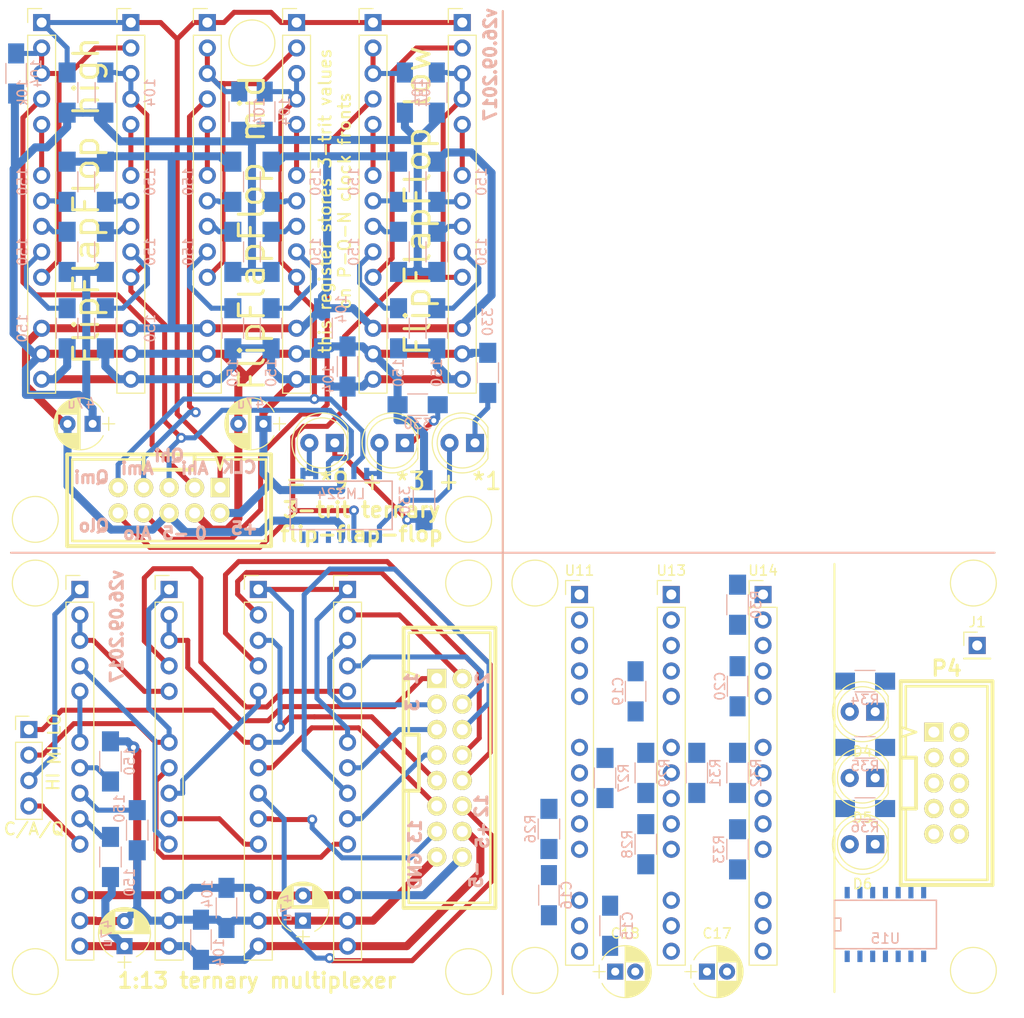
<source format=kicad_pcb>
(kicad_pcb (version 4) (host pcbnew 4.0.7+dfsg1-1)
  (layers (0 F.Cu signal) (31 B.Cu signal) (34 B.Paste user) (35 F.Paste user) (36 B.SilkS user) (37 F.SilkS user) (38 B.Mask user) (39 F.Mask user) (44 Edge.Cuts user))
  (net 0 "")
  (net 1 +5V)
  (net 2 GNDREF)
  (net 3 -5V)
  (net 4 /Qhi)
  (net 5 /Qmi)
  (net 6 /Qlo)
  (net 7 /Ahi)
  (net 8 /Ami)
  (net 9 /Alo)
  (net 10 "Net-(R1-Pad1)")
  (net 11 "Net-(R2-Pad1)")
  (net 12 "Net-(R3-Pad1)")
  (net 13 "Net-(R4-Pad1)")
  (net 14 "Net-(R5-Pad1)")
  (net 15 "Net-(R6-Pad1)")
  (net 16 "Net-(R8-Pad1)")
  (net 17 "Net-(R9-Pad1)")
  (net 18 "Net-(R10-Pad1)")
  (net 19 "Net-(R11-Pad1)")
  (net 20 "Net-(R12-Pad1)")
  (net 21 "Net-(R13-Pad1)")
  (net 22 "Net-(R15-Pad1)")
  (net 23 "Net-(R16-Pad1)")
  (net 24 "Net-(R17-Pad1)")
  (net 25 "Net-(R18-Pad1)")
  (net 26 "Net-(R19-Pad1)")
  (net 27 "Net-(R20-Pad1)")
  (net 28 "Net-(U1-Pad5)")
  (net 29 "Net-(U2-Pad5)")
  (net 30 "Net-(U3-Pad5)")
  (net 31 "Net-(U4-Pad5)")
  (net 32 "Net-(U5-Pad5)")
  (net 33 "Net-(U6-Pad5)")
  (net 34 /CLK)
  (net 35 "Net-(D1-Pad1)")
  (net 36 "Net-(D1-Pad2)")
  (net 37 "Net-(D2-Pad1)")
  (net 38 "Net-(D2-Pad2)")
  (net 39 "Net-(D3-Pad1)")
  (net 40 "Net-(D3-Pad2)")
  (net 41 "Net-(P2-Pad13)")
  (net 42 "Net-(P2-Pad12)")
  (net 43 "Net-(P2-Pad11)")
  (net 44 "Net-(P2-Pad1)")
  (net 45 "Net-(P2-Pad2)")
  (net 46 "Net-(P2-Pad3)")
  (net 47 "Net-(P2-Pad4)")
  (net 48 "Net-(P2-Pad5)")
  (net 49 "Net-(P2-Pad6)")
  (net 50 "Net-(P2-Pad7)")
  (net 51 "Net-(P2-Pad8)")
  (net 52 "Net-(P2-Pad9)")
  (net 53 "Net-(P2-Pad10)")
  (net 54 "Net-(R23-Pad1)")
  (net 55 "Net-(R24-Pad1)")
  (net 56 "Net-(R25-Pad1)")
  (net 57 /LO)
  (net 58 "Net-(U10-Pad4)")
  (net 59 "Net-(U10-Pad8)")
  (net 60 "Net-(U10-Pad9)")
  (net 61 "Net-(U10-Pad10)")
  (net 62 /MI)
  (net 63 "Net-(U10-Pad5)")
  (net 64 "Net-(U10-Pad11)")
  (net 65 /HI)
  (net 66 "Net-(U12-Pad5)")
  (net 67 /C/A/Q)
  (net 68 "Net-(C12-Pad1)")
  (net 69 "Net-(C13-Pad1)")
  (net 70 "Net-(C14-Pad1)")
  (net 71 "Net-(C19-Pad1)")
  (net 72 "Net-(D4-Pad1)")
  (net 73 "Net-(D4-Pad2)")
  (net 74 "Net-(D5-Pad1)")
  (net 75 "Net-(D5-Pad2)")
  (net 76 "Net-(D6-Pad1)")
  (net 77 "Net-(D6-Pad2)")
  (net 78 /RESET)
  (net 79 "Net-(R26-Pad1)")
  (net 80 "Net-(R27-Pad1)")
  (net 81 "Net-(R28-Pad1)")
  (net 82 "Net-(R29-Pad1)")
  (net 83 "Net-(R31-Pad1)")
  (net 84 "Net-(R32-Pad1)")
  (net 85 "Net-(R33-Pad1)")
  (net 86 "Net-(U11-Pad5)")
  (net 87 "Net-(U11-Pad11)")
  (net 88 "Net-(U13-Pad8)")
  (net 89 "Net-(U14-Pad5)")
  (module Connectors:1pin (layer F.Cu) (at 111.887 73.025)
    (fp_text reference NPTH5 hide)
    (fp_text value 1pin hide)
    (pad "" np_thru_hole circle (at 0 0) (size 3 3) (drill 3) (layers *.Cu *.Mask))
  )
  (module Connectors:1pin (layer F.Cu) (at 111.887 111.633)
    (fp_text reference NPTH5 hide)
    (fp_text value 1pin hide)
    (pad "" np_thru_hole circle (at 0 0) (size 3 3) (drill 3) (layers *.Cu *.Mask))
  )
  (module Connectors:1pin (layer F.Cu) (at 68.199 111.633)
    (fp_text reference NPTH5 hide)
    (fp_text value 1pin hide)
    (pad "" np_thru_hole circle (at 0 0) (size 3 3) (drill 3) (layers *.Cu *.Mask))
  )
  (module Connectors:1pin (layer F.Cu) (at 68.199 73.025)
    (fp_text reference NPTH5 hide)
    (fp_text value 1pin hide)
    (pad "" np_thru_hole circle (at 0 0) (size 3 3) (drill 3) (layers *.Cu *.Mask))
  )
  (module Connectors:1pin (layer F.Cu) (at 18.415 66.675)
    (fp_text reference NPTH2 hide)
    (fp_text value 1pin hide)
    (pad "" np_thru_hole circle (at 0 0) (size 3 3) (drill 3) (layers *.Cu *.Mask))
  )
  (module Connectors:1pin (layer F.Cu) (at 18.415 73.025)
    (fp_text reference NPTH4 hide)
    (fp_text value 1pin hide)
    (pad "" np_thru_hole circle (at 0 0) (size 3 3) (drill 3) (layers *.Cu *.Mask))
  )
  (module Connectors:1pin (layer F.Cu) (at 61.595 66.675)
    (fp_text reference NPTH3 hide)
    (fp_text value 1pin hide)
    (pad "" np_thru_hole circle (at 0 0) (size 3 3) (drill 3) (layers *.Cu *.Mask))
  )
  (module Connectors:1pin (layer F.Cu) (at 61.595 73.025)
    (fp_text reference NPTH5 hide)
    (fp_text value 1pin hide)
    (pad "" np_thru_hole circle (at 0 0) (size 3 3) (drill 3) (layers *.Cu *.Mask))
  )
  (module Connectors:1pin (layer F.Cu) (at 61.595 111.76)
    (fp_text reference NPTH6 hide)
    (fp_text value 1pin hide)
    (pad "" np_thru_hole circle (at 0 0) (size 3 3) (drill 3) (layers *.Cu *.Mask))
  )
  (module Connectors:1pin (layer F.Cu) (at 18.415 111.76)
    (fp_text reference NPTH7 hide)
    (fp_text value 1pin hide)
    (pad "" np_thru_hole circle (at 0 0) (size 3 3) (drill 3) (layers *.Cu *.Mask))
  )
  (module registers:IDC10 (layer F.Cu) (at 31.75 64.77 270)
    (fp_text reference P1 hide)
    (fp_text value CONN_02X05 hide)
    (pad 1 thru_hole rect (at -1.27 -5.08 270) (size 1.905 1.905) (drill 1.09982) (layers *.Cu *.Mask F.SilkS) (net 34 /CLK))
    (pad 2 thru_hole circle (at 1.27 -5.08 270) (size 1.905 1.905) (drill 1.09982) (layers *.Cu *.Mask F.SilkS) (net 1 +5V))
    (pad 3 thru_hole circle (at -1.27 -2.54 270) (size 1.905 1.905) (drill 1.09982) (layers *.Cu *.Mask F.SilkS) (net 7 /Ahi))
    (pad 4 thru_hole circle (at 1.27 -2.54 270) (size 1.905 1.905) (drill 1.09982) (layers *.Cu *.Mask F.SilkS) (net 2 GNDREF))
    (pad 5 thru_hole circle (at -1.27 0 270) (size 1.905 1.905) (drill 1.09982) (layers *.Cu *.Mask F.SilkS) (net 4 /Qhi))
    (pad 6 thru_hole circle (at 1.27 0 270) (size 1.905 1.905) (drill 1.09982) (layers *.Cu *.Mask F.SilkS) (net 3 -5V))
    (pad 7 thru_hole circle (at -1.27 2.54 270) (size 1.905 1.905) (drill 1.09982) (layers *.Cu *.Mask F.SilkS) (net 8 /Ami))
    (pad 8 thru_hole circle (at 1.27 2.54 270) (size 1.905 1.905) (drill 1.09982) (layers *.Cu *.Mask F.SilkS) (net 9 /Alo))
    (pad 9 thru_hole circle (at -1.27 5.08 270) (size 1.905 1.905) (drill 1.09982) (layers *.Cu *.Mask F.SilkS) (net 5 /Qmi))
    (pad 10 thru_hole circle (at 1.27 5.08 270) (size 1.905 1.905) (drill 1.09982) (layers *.Cu *.Mask F.SilkS) (net 6 /Qlo))
  )
  (module Connectors:1pin (layer F.Cu) (at 40.005 19.177)
    (fp_text reference NPTH1 hide)
    (fp_text value 1pin hide)
    (pad "" np_thru_hole circle (at 0 0) (size 3 3) (drill 3) (layers *.Cu *.Mask))
  )
  (module Capacitors_SMD:C_1206_HandSoldering (layer B.Cu) (at 49.53 51.435 90)
    (fp_text reference C3 hide)
    (fp_text value 104 (at -1.27 -1.905 90) (layer B.SilkS) (effects (justify mirror)))
    (pad 1 smd rect (at -2 0 90) (size 2 1.6) (layers B.Cu B.Paste B.Mask) (net 1 +5V))
    (pad 2 smd rect (at 2 0 90) (size 2 1.6) (layers B.Cu B.Paste B.Mask) (net 2 GNDREF))
  )
  (module Capacitors_SMD:C_1206_HandSoldering (layer B.Cu) (at 46.99 47.625 90)
    (fp_text reference C4 hide)
    (fp_text value 104 (at 1.905 1.905 90) (layer B.SilkS) (effects (justify mirror)))
    (pad 1 smd rect (at -2 0 90) (size 2 1.6) (layers B.Cu B.Paste B.Mask) (net 2 GNDREF))
    (pad 2 smd rect (at 2 0 90) (size 2 1.6) (layers B.Cu B.Paste B.Mask) (net 3 -5V))
  )
  (module Capacitors_SMD:C_1206_HandSoldering (layer B.Cu) (at 25.4 24.13 270)
    (fp_text reference C5 hide)
    (fp_text value 104 (at 0 -4.445 270) (layer B.SilkS) (effects (justify mirror)))
    (pad 1 smd rect (at -2 0 270) (size 2 1.6) (layers B.Cu B.Paste B.Mask) (net 4 /Qhi))
    (pad 2 smd rect (at 2 0 270) (size 2 1.6) (layers B.Cu B.Paste B.Mask) (net 2 GNDREF))
  )
  (module Capacitors_SMD:C_1206_HandSoldering (layer B.Cu) (at 41.275 26.035 270)
    (fp_text reference C6 hide)
    (fp_text value 104 (at 0 -2 270) (layer B.SilkS) (effects (justify mirror)))
    (pad 1 smd rect (at -2 0 270) (size 2 1.6) (layers B.Cu B.Paste B.Mask) (net 5 /Qmi))
    (pad 2 smd rect (at 2 0 270) (size 2 1.6) (layers B.Cu B.Paste B.Mask) (net 2 GNDREF))
  )
  (module Capacitors_SMD:C_1206_HandSoldering (layer B.Cu) (at 58.42 24.13 270)
    (fp_text reference C7 hide)
    (fp_text value 104 (at 0 1.905 270) (layer B.SilkS) (effects (justify mirror)))
    (pad 1 smd rect (at -2 0 270) (size 2 1.6) (layers B.Cu B.Paste B.Mask) (net 6 /Qlo))
    (pad 2 smd rect (at 2 0 270) (size 2 1.6) (layers B.Cu B.Paste B.Mask) (net 2 GNDREF))
  )
  (module Resistors_SMD:R_1206_HandSoldering (layer B.Cu) (at 21.59 33.02 90)
    (fp_text reference R1 hide)
    (fp_text value 150 (at 0 -4.445 90) (layer B.SilkS) (effects (justify mirror)))
    (pad 1 smd rect (at -2 0 90) (size 2 1.7) (layers B.Cu B.Paste B.Mask) (net 10 "Net-(R1-Pad1)"))
    (pad 2 smd rect (at 2 0 90) (size 2 1.7) (layers B.Cu B.Paste B.Mask) (net 3 -5V))
  )
  (module Resistors_SMD:R_1206_HandSoldering (layer B.Cu) (at 21.59 40.005 270)
    (fp_text reference R2 hide)
    (fp_text value 150 (at 0 4.445 270) (layer B.SilkS) (effects (justify mirror)))
    (pad 1 smd rect (at -2 0 270) (size 2 1.7) (layers B.Cu B.Paste B.Mask) (net 11 "Net-(R2-Pad1)"))
    (pad 2 smd rect (at 2 0 270) (size 2 1.7) (layers B.Cu B.Paste B.Mask) (net 2 GNDREF))
  )
  (module Resistors_SMD:R_1206_HandSoldering (layer B.Cu) (at 21.59 47.625 270)
    (fp_text reference R3 hide)
    (fp_text value 150 (at 0 4.445 270) (layer B.SilkS) (effects (justify mirror)))
    (pad 1 smd rect (at -2 0 270) (size 2 1.7) (layers B.Cu B.Paste B.Mask) (net 12 "Net-(R3-Pad1)"))
    (pad 2 smd rect (at 2 0 270) (size 2 1.7) (layers B.Cu B.Paste B.Mask) (net 1 +5V))
  )
  (module Resistors_SMD:R_1206_HandSoldering (layer B.Cu) (at 25.4 33.02 90)
    (fp_text reference R4 hide)
    (fp_text value 150 (at 0 4.445 90) (layer B.SilkS) (effects (justify mirror)))
    (pad 1 smd rect (at -2 0 90) (size 2 1.7) (layers B.Cu B.Paste B.Mask) (net 13 "Net-(R4-Pad1)"))
    (pad 2 smd rect (at 2 0 90) (size 2 1.7) (layers B.Cu B.Paste B.Mask) (net 3 -5V))
  )
  (module Resistors_SMD:R_1206_HandSoldering (layer B.Cu) (at 25.4 40.005 270)
    (fp_text reference R5 hide)
    (fp_text value 150 (at 0 -4.445 270) (layer B.SilkS) (effects (justify mirror)))
    (pad 1 smd rect (at -2 0 270) (size 2 1.7) (layers B.Cu B.Paste B.Mask) (net 14 "Net-(R5-Pad1)"))
    (pad 2 smd rect (at 2 0 270) (size 2 1.7) (layers B.Cu B.Paste B.Mask) (net 2 GNDREF))
  )
  (module Resistors_SMD:R_1206_HandSoldering (layer B.Cu) (at 25.4 47.625 270)
    (fp_text reference R6 hide)
    (fp_text value 150 (at 0 -4.445 270) (layer B.SilkS) (effects (justify mirror)))
    (pad 1 smd rect (at -2 0 270) (size 2 1.7) (layers B.Cu B.Paste B.Mask) (net 15 "Net-(R6-Pad1)"))
    (pad 2 smd rect (at 2 0 270) (size 2 1.7) (layers B.Cu B.Paste B.Mask) (net 1 +5V))
  )
  (module Resistors_SMD:R_1206_HandSoldering (layer B.Cu) (at 21.59 24.13 90)
    (fp_text reference R7 hide)
    (fp_text value 10k (at 0 -4.445 90) (layer B.SilkS) (effects (justify mirror)))
    (pad 1 smd rect (at -2 0 90) (size 2 1.7) (layers B.Cu B.Paste B.Mask) (net 2 GNDREF))
    (pad 2 smd rect (at 2 0 90) (size 2 1.7) (layers B.Cu B.Paste B.Mask) (net 34 /CLK))
  )
  (module Resistors_SMD:R_1206_HandSoldering (layer B.Cu) (at 38.1 33.02 90)
    (fp_text reference R8 hide)
    (fp_text value 150 (at 0 -4.445 90) (layer B.SilkS) (effects (justify mirror)))
    (pad 1 smd rect (at -2 0 90) (size 2 1.7) (layers B.Cu B.Paste B.Mask) (net 16 "Net-(R8-Pad1)"))
    (pad 2 smd rect (at 2 0 90) (size 2 1.7) (layers B.Cu B.Paste B.Mask) (net 3 -5V))
  )
  (module Resistors_SMD:R_1206_HandSoldering (layer B.Cu) (at 38.1 40.005 270)
    (fp_text reference R9 hide)
    (fp_text value 150 (at 0 4.445 270) (layer B.SilkS) (effects (justify mirror)))
    (pad 1 smd rect (at -2 0 270) (size 2 1.7) (layers B.Cu B.Paste B.Mask) (net 17 "Net-(R9-Pad1)"))
    (pad 2 smd rect (at 2 0 270) (size 2 1.7) (layers B.Cu B.Paste B.Mask) (net 2 GNDREF))
  )
  (module Resistors_SMD:R_1206_HandSoldering (layer B.Cu) (at 38.1 47.625 270)
    (fp_text reference R10 hide)
    (fp_text value 150 (at 4.445 0 270) (layer B.SilkS) (effects (justify mirror)))
    (pad 1 smd rect (at -2 0 270) (size 2 1.7) (layers B.Cu B.Paste B.Mask) (net 18 "Net-(R10-Pad1)"))
    (pad 2 smd rect (at 2 0 270) (size 2 1.7) (layers B.Cu B.Paste B.Mask) (net 1 +5V))
  )
  (module Resistors_SMD:R_1206_HandSoldering (layer B.Cu) (at 41.91 33.02 90)
    (fp_text reference R11 hide)
    (fp_text value 150 (at 0 4.445 90) (layer B.SilkS) (effects (justify mirror)))
    (pad 1 smd rect (at -2 0 90) (size 2 1.7) (layers B.Cu B.Paste B.Mask) (net 19 "Net-(R11-Pad1)"))
    (pad 2 smd rect (at 2 0 90) (size 2 1.7) (layers B.Cu B.Paste B.Mask) (net 3 -5V))
  )
  (module Resistors_SMD:R_1206_HandSoldering (layer B.Cu) (at 41.91 40.005 270)
    (fp_text reference R12 hide)
    (fp_text value 150 (at 0 -4.445 270) (layer B.SilkS) (effects (justify mirror)))
    (pad 1 smd rect (at -2 0 270) (size 2 1.7) (layers B.Cu B.Paste B.Mask) (net 20 "Net-(R12-Pad1)"))
    (pad 2 smd rect (at 2 0 270) (size 2 1.7) (layers B.Cu B.Paste B.Mask) (net 2 GNDREF))
  )
  (module Resistors_SMD:R_1206_HandSoldering (layer B.Cu) (at 41.91 47.625 270)
    (fp_text reference R13 hide)
    (fp_text value 150 (at 4.445 0 270) (layer B.SilkS) (effects (justify mirror)))
    (pad 1 smd rect (at -2 0 270) (size 2 1.7) (layers B.Cu B.Paste B.Mask) (net 21 "Net-(R13-Pad1)"))
    (pad 2 smd rect (at 2 0 270) (size 2 1.7) (layers B.Cu B.Paste B.Mask) (net 1 +5V))
  )
  (module Resistors_SMD:R_1206_HandSoldering (layer B.Cu) (at 54.61 33.02 90)
    (fp_text reference R15 hide)
    (fp_text value 150 (at 0 -4.445 90) (layer B.SilkS) (effects (justify mirror)))
    (pad 1 smd rect (at -2 0 90) (size 2 1.7) (layers B.Cu B.Paste B.Mask) (net 22 "Net-(R15-Pad1)"))
    (pad 2 smd rect (at 2 0 90) (size 2 1.7) (layers B.Cu B.Paste B.Mask) (net 3 -5V))
  )
  (module Resistors_SMD:R_1206_HandSoldering (layer B.Cu) (at 54.61 40.005 270)
    (fp_text reference R16 hide)
    (fp_text value 150 (at 0 4.445 270) (layer B.SilkS) (effects (justify mirror)))
    (pad 1 smd rect (at -2 0 270) (size 2 1.7) (layers B.Cu B.Paste B.Mask) (net 23 "Net-(R16-Pad1)"))
    (pad 2 smd rect (at 2 0 270) (size 2 1.7) (layers B.Cu B.Paste B.Mask) (net 2 GNDREF))
  )
  (module Resistors_SMD:R_1206_HandSoldering (layer B.Cu) (at 54.61 47.625 270)
    (fp_text reference R17 hide)
    (fp_text value 150 (at 4.445 0 270) (layer B.SilkS) (effects (justify mirror)))
    (pad 1 smd rect (at -2 0 270) (size 2 1.7) (layers B.Cu B.Paste B.Mask) (net 24 "Net-(R17-Pad1)"))
    (pad 2 smd rect (at 2 0 270) (size 2 1.7) (layers B.Cu B.Paste B.Mask) (net 1 +5V))
  )
  (module Resistors_SMD:R_1206_HandSoldering (layer B.Cu) (at 58.42 33.02 90)
    (fp_text reference R18 hide)
    (fp_text value 150 (at 0 4.445 90) (layer B.SilkS) (effects (justify mirror)))
    (pad 1 smd rect (at -2 0 90) (size 2 1.7) (layers B.Cu B.Paste B.Mask) (net 25 "Net-(R18-Pad1)"))
    (pad 2 smd rect (at 2 0 90) (size 2 1.7) (layers B.Cu B.Paste B.Mask) (net 3 -5V))
  )
  (module Resistors_SMD:R_1206_HandSoldering (layer B.Cu) (at 58.42 40.005 270)
    (fp_text reference R19 hide)
    (fp_text value 150 (at 0 -4.445 270) (layer B.SilkS) (effects (justify mirror)))
    (pad 1 smd rect (at -2 0 270) (size 2 1.7) (layers B.Cu B.Paste B.Mask) (net 26 "Net-(R19-Pad1)"))
    (pad 2 smd rect (at 2 0 270) (size 2 1.7) (layers B.Cu B.Paste B.Mask) (net 2 GNDREF))
  )
  (module Resistors_SMD:R_1206_HandSoldering (layer B.Cu) (at 58.42 47.625 270)
    (fp_text reference R20 hide)
    (fp_text value 150 (at 4.445 0 270) (layer B.SilkS) (effects (justify mirror)))
    (pad 1 smd rect (at -2 0 270) (size 2 1.7) (layers B.Cu B.Paste B.Mask) (net 27 "Net-(R20-Pad1)"))
    (pad 2 smd rect (at 2 0 270) (size 2 1.7) (layers B.Cu B.Paste B.Mask) (net 1 +5V))
  )
  (module trimux:trimux1x15_2.54 (layer F.Cu) (at 19.05 17.145)
    (fp_text reference U1 hide)
    (fp_text value trimux)
    (pad 1 thru_hole rect (at 0 0) (size 1.7 1.7) (drill 1) (layers *.Cu *.Mask) (net 34 /CLK))
    (pad 2 thru_hole oval (at 0 2.54) (size 1.7 1.7) (drill 1) (layers *.Cu *.Mask) (net 68 "Net-(C12-Pad1)"))
    (pad 3 thru_hole oval (at 0 5.08) (size 1.7 1.7) (drill 1) (layers *.Cu *.Mask) (net 68 "Net-(C12-Pad1)"))
    (pad 4 thru_hole oval (at 0 7.62) (size 1.7 1.7) (drill 1) (layers *.Cu *.Mask) (net 7 /Ahi))
    (pad 5 thru_hole oval (at 0 10.16) (size 1.7 1.7) (drill 1) (layers *.Cu *.Mask) (net 28 "Net-(U1-Pad5)"))
    (pad 7 thru_hole oval (at 0 15.24) (size 1.7 1.7) (drill 1) (layers *.Cu *.Mask) (net 28 "Net-(U1-Pad5)"))
    (pad 8 thru_hole oval (at 0 17.78) (size 1.7 1.7) (drill 1) (layers *.Cu *.Mask) (net 10 "Net-(R1-Pad1)"))
    (pad 9 thru_hole oval (at 0 20.32) (size 1.7 1.7) (drill 1) (layers *.Cu *.Mask) (net 11 "Net-(R2-Pad1)"))
    (pad 10 thru_hole oval (at 0 22.86) (size 1.7 1.7) (drill 1) (layers *.Cu *.Mask) (net 12 "Net-(R3-Pad1)"))
    (pad 11 thru_hole oval (at 0 25.4) (size 1.7 1.7) (drill 1) (layers *.Cu *.Mask) (net 68 "Net-(C12-Pad1)"))
    (pad 13 thru_hole oval (at 0 30.48) (size 1.7 1.7) (drill 1) (layers *.Cu *.Mask) (net 3 -5V))
    (pad 14 thru_hole oval (at 0 33.02) (size 1.7 1.7) (drill 1) (layers *.Cu *.Mask) (net 2 GNDREF))
    (pad 15 thru_hole oval (at 0 35.56) (size 1.7 1.7) (drill 1) (layers *.Cu *.Mask) (net 1 +5V))
  )
  (module trimux:trimux1x15_2.54 (layer F.Cu) (at 27.94 17.145)
    (fp_text reference U2 hide)
    (fp_text value trimux)
    (pad 1 thru_hole rect (at 0 0) (size 1.7 1.7) (drill 1) (layers *.Cu *.Mask) (net 34 /CLK))
    (pad 2 thru_hole oval (at 0 2.54) (size 1.7 1.7) (drill 1) (layers *.Cu *.Mask) (net 68 "Net-(C12-Pad1)"))
    (pad 3 thru_hole oval (at 0 5.08) (size 1.7 1.7) (drill 1) (layers *.Cu *.Mask) (net 4 /Qhi))
    (pad 4 thru_hole oval (at 0 7.62) (size 1.7 1.7) (drill 1) (layers *.Cu *.Mask) (net 4 /Qhi))
    (pad 5 thru_hole oval (at 0 10.16) (size 1.7 1.7) (drill 1) (layers *.Cu *.Mask) (net 29 "Net-(U2-Pad5)"))
    (pad 7 thru_hole oval (at 0 15.24) (size 1.7 1.7) (drill 1) (layers *.Cu *.Mask) (net 29 "Net-(U2-Pad5)"))
    (pad 8 thru_hole oval (at 0 17.78) (size 1.7 1.7) (drill 1) (layers *.Cu *.Mask) (net 13 "Net-(R4-Pad1)"))
    (pad 9 thru_hole oval (at 0 20.32) (size 1.7 1.7) (drill 1) (layers *.Cu *.Mask) (net 14 "Net-(R5-Pad1)"))
    (pad 10 thru_hole oval (at 0 22.86) (size 1.7 1.7) (drill 1) (layers *.Cu *.Mask) (net 15 "Net-(R6-Pad1)"))
    (pad 11 thru_hole oval (at 0 25.4) (size 1.7 1.7) (drill 1) (layers *.Cu *.Mask) (net 4 /Qhi))
    (pad 13 thru_hole oval (at 0 30.48) (size 1.7 1.7) (drill 1) (layers *.Cu *.Mask) (net 3 -5V))
    (pad 14 thru_hole oval (at 0 33.02) (size 1.7 1.7) (drill 1) (layers *.Cu *.Mask) (net 2 GNDREF))
    (pad 15 thru_hole oval (at 0 35.56) (size 1.7 1.7) (drill 1) (layers *.Cu *.Mask) (net 1 +5V))
  )
  (module trimux:trimux1x15_2.54 (layer F.Cu) (at 35.56 17.145)
    (fp_text reference U3 hide)
    (fp_text value trimux)
    (pad 1 thru_hole rect (at 0 0) (size 1.7 1.7) (drill 1) (layers *.Cu *.Mask) (net 34 /CLK))
    (pad 2 thru_hole oval (at 0 2.54) (size 1.7 1.7) (drill 1) (layers *.Cu *.Mask) (net 69 "Net-(C13-Pad1)"))
    (pad 3 thru_hole oval (at 0 5.08) (size 1.7 1.7) (drill 1) (layers *.Cu *.Mask) (net 69 "Net-(C13-Pad1)"))
    (pad 4 thru_hole oval (at 0 7.62) (size 1.7 1.7) (drill 1) (layers *.Cu *.Mask) (net 8 /Ami))
    (pad 5 thru_hole oval (at 0 10.16) (size 1.7 1.7) (drill 1) (layers *.Cu *.Mask) (net 30 "Net-(U3-Pad5)"))
    (pad 7 thru_hole oval (at 0 15.24) (size 1.7 1.7) (drill 1) (layers *.Cu *.Mask) (net 30 "Net-(U3-Pad5)"))
    (pad 8 thru_hole oval (at 0 17.78) (size 1.7 1.7) (drill 1) (layers *.Cu *.Mask) (net 16 "Net-(R8-Pad1)"))
    (pad 9 thru_hole oval (at 0 20.32) (size 1.7 1.7) (drill 1) (layers *.Cu *.Mask) (net 17 "Net-(R9-Pad1)"))
    (pad 10 thru_hole oval (at 0 22.86) (size 1.7 1.7) (drill 1) (layers *.Cu *.Mask) (net 18 "Net-(R10-Pad1)"))
    (pad 11 thru_hole oval (at 0 25.4) (size 1.7 1.7) (drill 1) (layers *.Cu *.Mask) (net 69 "Net-(C13-Pad1)"))
    (pad 13 thru_hole oval (at 0 30.48) (size 1.7 1.7) (drill 1) (layers *.Cu *.Mask) (net 3 -5V))
    (pad 14 thru_hole oval (at 0 33.02) (size 1.7 1.7) (drill 1) (layers *.Cu *.Mask) (net 2 GNDREF))
    (pad 15 thru_hole oval (at 0 35.56) (size 1.7 1.7) (drill 1) (layers *.Cu *.Mask) (net 1 +5V))
  )
  (module trimux:trimux1x15_2.54 (layer F.Cu) (at 44.45 17.145)
    (fp_text reference U4 hide)
    (fp_text value trimux)
    (pad 1 thru_hole rect (at 0 0) (size 1.7 1.7) (drill 1) (layers *.Cu *.Mask) (net 34 /CLK))
    (pad 2 thru_hole oval (at 0 2.54) (size 1.7 1.7) (drill 1) (layers *.Cu *.Mask) (net 69 "Net-(C13-Pad1)"))
    (pad 3 thru_hole oval (at 0 5.08) (size 1.7 1.7) (drill 1) (layers *.Cu *.Mask) (net 5 /Qmi))
    (pad 4 thru_hole oval (at 0 7.62) (size 1.7 1.7) (drill 1) (layers *.Cu *.Mask) (net 5 /Qmi))
    (pad 5 thru_hole oval (at 0 10.16) (size 1.7 1.7) (drill 1) (layers *.Cu *.Mask) (net 31 "Net-(U4-Pad5)"))
    (pad 7 thru_hole oval (at 0 15.24) (size 1.7 1.7) (drill 1) (layers *.Cu *.Mask) (net 31 "Net-(U4-Pad5)"))
    (pad 8 thru_hole oval (at 0 17.78) (size 1.7 1.7) (drill 1) (layers *.Cu *.Mask) (net 19 "Net-(R11-Pad1)"))
    (pad 9 thru_hole oval (at 0 20.32) (size 1.7 1.7) (drill 1) (layers *.Cu *.Mask) (net 20 "Net-(R12-Pad1)"))
    (pad 10 thru_hole oval (at 0 22.86) (size 1.7 1.7) (drill 1) (layers *.Cu *.Mask) (net 21 "Net-(R13-Pad1)"))
    (pad 11 thru_hole oval (at 0 25.4) (size 1.7 1.7) (drill 1) (layers *.Cu *.Mask) (net 5 /Qmi))
    (pad 13 thru_hole oval (at 0 30.48) (size 1.7 1.7) (drill 1) (layers *.Cu *.Mask) (net 3 -5V))
    (pad 14 thru_hole oval (at 0 33.02) (size 1.7 1.7) (drill 1) (layers *.Cu *.Mask) (net 2 GNDREF))
    (pad 15 thru_hole oval (at 0 35.56) (size 1.7 1.7) (drill 1) (layers *.Cu *.Mask) (net 1 +5V))
  )
  (module trimux:trimux1x15_2.54 (layer F.Cu) (at 52.07 17.145)
    (fp_text reference U5 hide)
    (fp_text value trimux)
    (pad 1 thru_hole rect (at 0 0) (size 1.7 1.7) (drill 1) (layers *.Cu *.Mask) (net 34 /CLK))
    (pad 2 thru_hole oval (at 0 2.54) (size 1.7 1.7) (drill 1) (layers *.Cu *.Mask) (net 70 "Net-(C14-Pad1)"))
    (pad 3 thru_hole oval (at 0 5.08) (size 1.7 1.7) (drill 1) (layers *.Cu *.Mask) (net 70 "Net-(C14-Pad1)"))
    (pad 4 thru_hole oval (at 0 7.62) (size 1.7 1.7) (drill 1) (layers *.Cu *.Mask) (net 9 /Alo))
    (pad 5 thru_hole oval (at 0 10.16) (size 1.7 1.7) (drill 1) (layers *.Cu *.Mask) (net 32 "Net-(U5-Pad5)"))
    (pad 7 thru_hole oval (at 0 15.24) (size 1.7 1.7) (drill 1) (layers *.Cu *.Mask) (net 32 "Net-(U5-Pad5)"))
    (pad 8 thru_hole oval (at 0 17.78) (size 1.7 1.7) (drill 1) (layers *.Cu *.Mask) (net 22 "Net-(R15-Pad1)"))
    (pad 9 thru_hole oval (at 0 20.32) (size 1.7 1.7) (drill 1) (layers *.Cu *.Mask) (net 23 "Net-(R16-Pad1)"))
    (pad 10 thru_hole oval (at 0 22.86) (size 1.7 1.7) (drill 1) (layers *.Cu *.Mask) (net 24 "Net-(R17-Pad1)"))
    (pad 11 thru_hole oval (at 0 25.4) (size 1.7 1.7) (drill 1) (layers *.Cu *.Mask) (net 70 "Net-(C14-Pad1)"))
    (pad 13 thru_hole oval (at 0 30.48) (size 1.7 1.7) (drill 1) (layers *.Cu *.Mask) (net 3 -5V))
    (pad 14 thru_hole oval (at 0 33.02) (size 1.7 1.7) (drill 1) (layers *.Cu *.Mask) (net 2 GNDREF))
    (pad 15 thru_hole oval (at 0 35.56) (size 1.7 1.7) (drill 1) (layers *.Cu *.Mask) (net 1 +5V))
  )
  (module trimux:trimux1x15_2.54 (layer F.Cu) (at 60.96 17.145)
    (fp_text reference U6 hide)
    (fp_text value trimux)
    (pad 1 thru_hole rect (at 0 0) (size 1.7 1.7) (drill 1) (layers *.Cu *.Mask) (net 34 /CLK))
    (pad 2 thru_hole oval (at 0 2.54) (size 1.7 1.7) (drill 1) (layers *.Cu *.Mask) (net 70 "Net-(C14-Pad1)"))
    (pad 3 thru_hole oval (at 0 5.08) (size 1.7 1.7) (drill 1) (layers *.Cu *.Mask) (net 6 /Qlo))
    (pad 4 thru_hole oval (at 0 7.62) (size 1.7 1.7) (drill 1) (layers *.Cu *.Mask) (net 6 /Qlo))
    (pad 5 thru_hole oval (at 0 10.16) (size 1.7 1.7) (drill 1) (layers *.Cu *.Mask) (net 33 "Net-(U6-Pad5)"))
    (pad 7 thru_hole oval (at 0 15.24) (size 1.7 1.7) (drill 1) (layers *.Cu *.Mask) (net 33 "Net-(U6-Pad5)"))
    (pad 8 thru_hole oval (at 0 17.78) (size 1.7 1.7) (drill 1) (layers *.Cu *.Mask) (net 25 "Net-(R18-Pad1)"))
    (pad 9 thru_hole oval (at 0 20.32) (size 1.7 1.7) (drill 1) (layers *.Cu *.Mask) (net 26 "Net-(R19-Pad1)"))
    (pad 10 thru_hole oval (at 0 22.86) (size 1.7 1.7) (drill 1) (layers *.Cu *.Mask) (net 27 "Net-(R20-Pad1)"))
    (pad 11 thru_hole oval (at 0 25.4) (size 1.7 1.7) (drill 1) (layers *.Cu *.Mask) (net 6 /Qlo))
    (pad 13 thru_hole oval (at 0 30.48) (size 1.7 1.7) (drill 1) (layers *.Cu *.Mask) (net 3 -5V))
    (pad 14 thru_hole oval (at 0 33.02) (size 1.7 1.7) (drill 1) (layers *.Cu *.Mask) (net 2 GNDREF))
    (pad 15 thru_hole oval (at 0 35.56) (size 1.7 1.7) (drill 1) (layers *.Cu *.Mask) (net 1 +5V))
  )
  (module LEDs:LED_D5.0mm (layer F.Cu) (at 48.26 59.055 180)
    (fp_text reference D1 hide)
    (fp_text value LED_bicolor)
    (pad 1 thru_hole rect (at 0 0 180) (size 1.8 1.8) (drill 0.9) (layers *.Cu *.Mask) (net 35 "Net-(D1-Pad1)"))
    (pad 2 thru_hole circle (at 2.54 0 180) (size 1.8 1.8) (drill 0.9) (layers *.Cu *.Mask) (net 36 "Net-(D1-Pad2)"))
  )
  (module LEDs:LED_D5.0mm (layer F.Cu) (at 55.245 59.055 180)
    (fp_text reference D2 hide)
    (fp_text value LED_bicolor)
    (pad 1 thru_hole rect (at 0 0 180) (size 1.8 1.8) (drill 0.9) (layers *.Cu *.Mask) (net 37 "Net-(D2-Pad1)"))
    (pad 2 thru_hole circle (at 2.54 0 180) (size 1.8 1.8) (drill 0.9) (layers *.Cu *.Mask) (net 38 "Net-(D2-Pad2)"))
  )
  (module LEDs:LED_D5.0mm (layer F.Cu) (at 62.23 59.055 180)
    (fp_text reference D3 hide)
    (fp_text value LED_bicolor)
    (pad 1 thru_hole rect (at 0 0 180) (size 1.8 1.8) (drill 0.9) (layers *.Cu *.Mask) (net 39 "Net-(D3-Pad1)"))
    (pad 2 thru_hole circle (at 2.54 0 180) (size 1.8 1.8) (drill 0.9) (layers *.Cu *.Mask) (net 40 "Net-(D3-Pad2)"))
  )
  (module Resistors_SMD:R_1206_HandSoldering (layer B.Cu) (at 57.15 64.77 270)
    (fp_text reference R14 hide)
    (fp_text value 330 (at 0 1.905 270) (layer B.SilkS) (effects (justify mirror)))
    (pad 1 smd rect (at -2 0 270) (size 2 1.7) (layers B.Cu B.Paste B.Mask) (net 2 GNDREF))
    (pad 2 smd rect (at 2 0 270) (size 2 1.7) (layers B.Cu B.Paste B.Mask) (net 35 "Net-(D1-Pad1)"))
  )
  (module Resistors_SMD:R_1206_HandSoldering (layer B.Cu) (at 56.515 55.245)
    (fp_text reference R21 hide)
    (fp_text value 330 (at 0 1.905) (layer B.SilkS) (effects (justify mirror)))
    (pad 1 smd rect (at -2 0) (size 2 1.7) (layers B.Cu B.Paste B.Mask) (net 2 GNDREF))
    (pad 2 smd rect (at 2 0) (size 2 1.7) (layers B.Cu B.Paste B.Mask) (net 37 "Net-(D2-Pad1)"))
  )
  (module Resistors_SMD:R_1206_HandSoldering (layer B.Cu) (at 63.5 52.07 270)
    (fp_text reference R22 hide)
    (fp_text value 330 (at -5.08 0 270) (layer B.SilkS) (effects (justify mirror)))
    (pad 1 smd rect (at -2 0 270) (size 2 1.7) (layers B.Cu B.Paste B.Mask) (net 2 GNDREF))
    (pad 2 smd rect (at 2 0 270) (size 2 1.7) (layers B.Cu B.Paste B.Mask) (net 39 "Net-(D3-Pad1)"))
  )
  (module SMD_Packages:SOIC-14_N (layer B.Cu) (at 48.895 65.405)
    (fp_text reference U7 hide)
    (fp_text value LM324 (at 0 -1.27) (layer B.SilkS) (effects (justify mirror)))
    (pad 1 smd rect (at -3.81 -3.302) (size 0.508 1.143) (layers B.Cu B.Paste B.Mask) (net 36 "Net-(D1-Pad2)"))
    (pad 2 smd rect (at -2.54 -3.302) (size 0.508 1.143) (layers B.Cu B.Paste B.Mask) (net 36 "Net-(D1-Pad2)"))
    (pad 3 smd rect (at -1.27 -3.302) (size 0.508 1.143) (layers B.Cu B.Paste B.Mask) (net 4 /Qhi))
    (pad 4 smd rect (at 0 -3.302) (size 0.508 1.143) (layers B.Cu B.Paste B.Mask) (net 1 +5V))
    (pad 5 smd rect (at 1.27 -3.302) (size 0.508 1.143) (layers B.Cu B.Paste B.Mask) (net 5 /Qmi))
    (pad 6 smd rect (at 2.54 -3.302) (size 0.508 1.143) (layers B.Cu B.Paste B.Mask) (net 38 "Net-(D2-Pad2)"))
    (pad 7 smd rect (at 3.81 -3.302) (size 0.508 1.143) (layers B.Cu B.Paste B.Mask) (net 38 "Net-(D2-Pad2)"))
    (pad 8 smd rect (at 3.81 3.048) (size 0.508 1.143) (layers B.Cu B.Paste B.Mask) (net 40 "Net-(D3-Pad2)"))
    (pad 9 smd rect (at 2.54 3.048) (size 0.508 1.143) (layers B.Cu B.Paste B.Mask) (net 40 "Net-(D3-Pad2)"))
    (pad 11 smd rect (at 0 3.048) (size 0.508 1.143) (layers B.Cu B.Paste B.Mask) (net 3 -5V))
    (pad 12 smd rect (at -1.27 3.048) (size 0.508 1.143) (layers B.Cu B.Paste B.Mask))
    (pad 13 smd rect (at -2.54 3.048) (size 0.508 1.143) (layers B.Cu B.Paste B.Mask))
    (pad 14 smd rect (at -3.81 3.048) (size 0.508 1.143) (layers B.Cu B.Paste B.Mask))
    (pad 10 smd rect (at 1.27 3.048) (size 0.508 1.143) (layers B.Cu B.Paste B.Mask) (net 6 /Qlo))
  )
  (module Capacitors_THT:CP_Radial_D5.0mm_P2.50mm (layer F.Cu) (at 41.148 57.15 180)
    (fp_text reference C1 hide)
    (fp_text value 47u (at 1.27 2.032 180) (layer B.SilkS) (effects (justify mirror)))
    (pad 1 thru_hole rect (at 0 0 180) (size 1.6 1.6) (drill 0.8) (layers *.Cu *.Mask) (net 1 +5V))
    (pad 2 thru_hole circle (at 2.5 0 180) (size 1.6 1.6) (drill 0.8) (layers *.Cu *.Mask) (net 2 GNDREF))
  )
  (module Capacitors_THT:CP_Radial_D5.0mm_P2.50mm (layer F.Cu) (at 24.13 57.15 180)
    (fp_text reference C2 hide)
    (fp_text value 47u (at 1.143 2.032 180) (layer B.SilkS) (effects (justify mirror)))
    (pad 1 thru_hole rect (at 0 0 180) (size 1.6 1.6) (drill 0.8) (layers *.Cu *.Mask) (net 2 GNDREF))
    (pad 2 thru_hole circle (at 2.5 0 180) (size 1.6 1.6) (drill 0.8) (layers *.Cu *.Mask) (net 3 -5V))
  )
  (module Capacitors_SMD:C_1206_HandSoldering (layer B.Cu) (at 34.925 108.585 90)
    (fp_text reference C8 hide)
    (fp_text value 104 (at -1.27 1.778 90) (layer B.SilkS) (effects (justify mirror)))
    (pad 1 smd rect (at -2 0 90) (size 2 1.6) (layers B.Cu B.Paste B.Mask) (net 1 +5V))
    (pad 2 smd rect (at 2 0 90) (size 2 1.6) (layers B.Cu B.Paste B.Mask) (net 2 GNDREF))
  )
  (module Capacitors_SMD:C_1206_HandSoldering (layer B.Cu) (at 37.465 105.41 90)
    (fp_text reference C9 hide)
    (fp_text value 104 (at 1.397 -1.905 90) (layer B.SilkS) (effects (justify mirror)))
    (pad 1 smd rect (at -2 0 90) (size 2 1.6) (layers B.Cu B.Paste B.Mask) (net 2 GNDREF))
    (pad 2 smd rect (at 2 0 90) (size 2 1.6) (layers B.Cu B.Paste B.Mask) (net 3 -5V))
  )
  (module Capacitors_THT:CP_Radial_D5.0mm_P2.50mm (layer F.Cu) (at 27.305 109.22 90)
    (fp_text reference C10 hide)
    (fp_text value 47u (at 1.27 -1.778 90) (layer B.SilkS) (effects (justify mirror)))
    (pad 1 thru_hole rect (at 0 0 90) (size 1.6 1.6) (drill 0.8) (layers *.Cu *.Mask) (net 1 +5V))
    (pad 2 thru_hole circle (at 2.5 0 90) (size 1.6 1.6) (drill 0.8) (layers *.Cu *.Mask) (net 2 GNDREF))
  )
  (module Capacitors_THT:CP_Radial_D5.0mm_P2.50mm (layer F.Cu) (at 45.085 106.68 90)
    (fp_text reference C11 hide)
    (fp_text value 47u (at 1.27 -1.651 90) (layer B.SilkS) (effects (justify mirror)))
    (pad 1 thru_hole rect (at 0 0 90) (size 1.6 1.6) (drill 0.8) (layers *.Cu *.Mask) (net 2 GNDREF))
    (pad 2 thru_hole circle (at 2.5 0 90) (size 1.6 1.6) (drill 0.8) (layers *.Cu *.Mask) (net 3 -5V))
  )
  (module registers:IDC16 (layer F.Cu) (at 59.69 91.44)
    (fp_text reference P2 hide)
    (fp_text value CONN_02X08 hide)
    (pad 16 thru_hole circle (at 1.27 8.89) (size 1.905 1.905) (drill 1.09982) (layers *.Cu *.Mask F.SilkS) (net 3 -5V))
    (pad 15 thru_hole circle (at -1.27 8.89) (size 1.905 1.905) (drill 1.09982) (layers *.Cu *.Mask F.SilkS) (net 2 GNDREF))
    (pad 14 thru_hole circle (at 1.27 6.35) (size 1.905 1.905) (drill 1.09982) (layers *.Cu *.Mask F.SilkS) (net 1 +5V))
    (pad 13 thru_hole circle (at -1.27 6.35) (size 1.905 1.905) (drill 1.09982) (layers *.Cu *.Mask F.SilkS) (net 41 "Net-(P2-Pad13)"))
    (pad 12 thru_hole circle (at 1.27 3.81) (size 1.905 1.905) (drill 1.09982) (layers *.Cu *.Mask F.SilkS) (net 42 "Net-(P2-Pad12)"))
    (pad 11 thru_hole circle (at -1.27 3.81) (size 1.905 1.905) (drill 1.09982) (layers *.Cu *.Mask F.SilkS) (net 43 "Net-(P2-Pad11)"))
    (pad 1 thru_hole rect (at -1.27 -8.89) (size 1.905 1.905) (drill 1.09982) (layers *.Cu *.Mask F.SilkS) (net 44 "Net-(P2-Pad1)"))
    (pad 2 thru_hole circle (at 1.27 -8.89) (size 1.905 1.905) (drill 1.09982) (layers *.Cu *.Mask F.SilkS) (net 45 "Net-(P2-Pad2)"))
    (pad 3 thru_hole circle (at -1.27 -6.35) (size 1.905 1.905) (drill 1.09982) (layers *.Cu *.Mask F.SilkS) (net 46 "Net-(P2-Pad3)"))
    (pad 4 thru_hole circle (at 1.27 -6.35) (size 1.905 1.905) (drill 1.09982) (layers *.Cu *.Mask F.SilkS) (net 47 "Net-(P2-Pad4)"))
    (pad 5 thru_hole circle (at -1.27 -3.81) (size 1.905 1.905) (drill 1.09982) (layers *.Cu *.Mask F.SilkS) (net 48 "Net-(P2-Pad5)"))
    (pad 6 thru_hole circle (at 1.27 -3.81) (size 1.905 1.905) (drill 1.09982) (layers *.Cu *.Mask F.SilkS) (net 49 "Net-(P2-Pad6)"))
    (pad 7 thru_hole circle (at -1.27 -1.27) (size 1.905 1.905) (drill 1.09982) (layers *.Cu *.Mask F.SilkS) (net 50 "Net-(P2-Pad7)"))
    (pad 8 thru_hole circle (at 1.27 -1.27) (size 1.905 1.905) (drill 1.09982) (layers *.Cu *.Mask F.SilkS) (net 51 "Net-(P2-Pad8)"))
    (pad 9 thru_hole circle (at -1.27 1.27) (size 1.905 1.905) (drill 1.09982) (layers *.Cu *.Mask F.SilkS) (net 52 "Net-(P2-Pad9)"))
    (pad 10 thru_hole circle (at 1.27 1.27) (size 1.905 1.905) (drill 1.09982) (layers *.Cu *.Mask F.SilkS) (net 53 "Net-(P2-Pad10)"))
  )
  (module Resistors_SMD:R_1206_HandSoldering (layer B.Cu) (at 25.908 90.805 90)
    (fp_text reference R23 hide)
    (fp_text value 150 (at 0 1.905 90) (layer B.SilkS) (effects (justify mirror)))
    (pad 1 smd rect (at -2 0 90) (size 2 1.7) (layers B.Cu B.Paste B.Mask) (net 54 "Net-(R23-Pad1)"))
    (pad 2 smd rect (at 2 0 90) (size 2 1.7) (layers B.Cu B.Paste B.Mask) (net 3 -5V))
  )
  (module Resistors_SMD:R_1206_HandSoldering (layer B.Cu) (at 28.575 97.663 270)
    (fp_text reference R24 hide)
    (fp_text value 150 (at -2.159 1.778 270) (layer B.SilkS) (effects (justify mirror)))
    (pad 1 smd rect (at -2 0 270) (size 2 1.7) (layers B.Cu B.Paste B.Mask) (net 55 "Net-(R24-Pad1)"))
    (pad 2 smd rect (at 2 0 270) (size 2 1.7) (layers B.Cu B.Paste B.Mask) (net 2 GNDREF))
  )
  (module Resistors_SMD:R_1206_HandSoldering (layer B.Cu) (at 25.908 100.33 270)
    (fp_text reference R25 hide)
    (fp_text value 150 (at 2.54 -1.905 270) (layer B.SilkS) (effects (justify mirror)))
    (pad 1 smd rect (at -2 0 270) (size 2 1.7) (layers B.Cu B.Paste B.Mask) (net 56 "Net-(R25-Pad1)"))
    (pad 2 smd rect (at 2 0 270) (size 2 1.7) (layers B.Cu B.Paste B.Mask) (net 1 +5V))
  )
  (module trimux:trimux1x15_2.54 (layer F.Cu) (at 49.53 73.66)
    (fp_text reference U8 hide)
    (fp_text value trimux)
    (pad 1 thru_hole rect (at 0 0) (size 1.7 1.7) (drill 1) (layers *.Cu *.Mask) (net 57 /LO))
    (pad 2 thru_hole oval (at 0 2.54) (size 1.7 1.7) (drill 1) (layers *.Cu *.Mask) (net 45 "Net-(P2-Pad2)"))
    (pad 3 thru_hole oval (at 0 5.08) (size 1.7 1.7) (drill 1) (layers *.Cu *.Mask) (net 46 "Net-(P2-Pad3)"))
    (pad 4 thru_hole oval (at 0 7.62) (size 1.7 1.7) (drill 1) (layers *.Cu *.Mask) (net 47 "Net-(P2-Pad4)"))
    (pad 5 thru_hole oval (at 0 10.16) (size 1.7 1.7) (drill 1) (layers *.Cu *.Mask) (net 58 "Net-(U10-Pad4)"))
    (pad 7 thru_hole oval (at 0 15.24) (size 1.7 1.7) (drill 1) (layers *.Cu *.Mask) (net 57 /LO))
    (pad 8 thru_hole oval (at 0 17.78) (size 1.7 1.7) (drill 1) (layers *.Cu *.Mask) (net 48 "Net-(P2-Pad5)"))
    (pad 9 thru_hole oval (at 0 20.32) (size 1.7 1.7) (drill 1) (layers *.Cu *.Mask) (net 49 "Net-(P2-Pad6)"))
    (pad 10 thru_hole oval (at 0 22.86) (size 1.7 1.7) (drill 1) (layers *.Cu *.Mask) (net 50 "Net-(P2-Pad7)"))
    (pad 11 thru_hole oval (at 0 25.4) (size 1.7 1.7) (drill 1) (layers *.Cu *.Mask) (net 59 "Net-(U10-Pad8)"))
    (pad 13 thru_hole oval (at 0 30.48) (size 1.7 1.7) (drill 1) (layers *.Cu *.Mask) (net 3 -5V))
    (pad 14 thru_hole oval (at 0 33.02) (size 1.7 1.7) (drill 1) (layers *.Cu *.Mask) (net 2 GNDREF))
    (pad 15 thru_hole oval (at 0 35.56) (size 1.7 1.7) (drill 1) (layers *.Cu *.Mask) (net 1 +5V))
  )
  (module trimux:trimux1x15_2.54 (layer F.Cu) (at 40.64 73.66)
    (fp_text reference U9 hide)
    (fp_text value trimux)
    (pad 1 thru_hole rect (at 0 0) (size 1.7 1.7) (drill 1) (layers *.Cu *.Mask) (net 57 /LO))
    (pad 2 thru_hole oval (at 0 2.54) (size 1.7 1.7) (drill 1) (layers *.Cu *.Mask) (net 51 "Net-(P2-Pad8)"))
    (pad 3 thru_hole oval (at 0 5.08) (size 1.7 1.7) (drill 1) (layers *.Cu *.Mask) (net 52 "Net-(P2-Pad9)"))
    (pad 4 thru_hole oval (at 0 7.62) (size 1.7 1.7) (drill 1) (layers *.Cu *.Mask) (net 53 "Net-(P2-Pad10)"))
    (pad 5 thru_hole oval (at 0 10.16) (size 1.7 1.7) (drill 1) (layers *.Cu *.Mask) (net 60 "Net-(U10-Pad9)"))
    (pad 7 thru_hole oval (at 0 15.24) (size 1.7 1.7) (drill 1) (layers *.Cu *.Mask) (net 57 /LO))
    (pad 8 thru_hole oval (at 0 17.78) (size 1.7 1.7) (drill 1) (layers *.Cu *.Mask) (net 43 "Net-(P2-Pad11)"))
    (pad 9 thru_hole oval (at 0 20.32) (size 1.7 1.7) (drill 1) (layers *.Cu *.Mask) (net 42 "Net-(P2-Pad12)"))
    (pad 10 thru_hole oval (at 0 22.86) (size 1.7 1.7) (drill 1) (layers *.Cu *.Mask) (net 41 "Net-(P2-Pad13)"))
    (pad 11 thru_hole oval (at 0 25.4) (size 1.7 1.7) (drill 1) (layers *.Cu *.Mask) (net 61 "Net-(U10-Pad10)"))
    (pad 13 thru_hole oval (at 0 30.48) (size 1.7 1.7) (drill 1) (layers *.Cu *.Mask) (net 3 -5V))
    (pad 14 thru_hole oval (at 0 33.02) (size 1.7 1.7) (drill 1) (layers *.Cu *.Mask) (net 2 GNDREF))
    (pad 15 thru_hole oval (at 0 35.56) (size 1.7 1.7) (drill 1) (layers *.Cu *.Mask) (net 1 +5V))
  )
  (module trimux:trimux1x15_2.54 (layer F.Cu) (at 31.75 73.66)
    (fp_text reference U10 hide)
    (fp_text value trimux)
    (pad 1 thru_hole rect (at 0 0) (size 1.7 1.7) (drill 1) (layers *.Cu *.Mask) (net 62 /MI))
    (pad 2 thru_hole oval (at 0 2.54) (size 1.7 1.7) (drill 1) (layers *.Cu *.Mask) (net 44 "Net-(P2-Pad1)"))
    (pad 3 thru_hole oval (at 0 5.08) (size 1.7 1.7) (drill 1) (layers *.Cu *.Mask) (net 44 "Net-(P2-Pad1)"))
    (pad 4 thru_hole oval (at 0 7.62) (size 1.7 1.7) (drill 1) (layers *.Cu *.Mask) (net 58 "Net-(U10-Pad4)"))
    (pad 5 thru_hole oval (at 0 10.16) (size 1.7 1.7) (drill 1) (layers *.Cu *.Mask) (net 63 "Net-(U10-Pad5)"))
    (pad 7 thru_hole oval (at 0 15.24) (size 1.7 1.7) (drill 1) (layers *.Cu *.Mask) (net 62 /MI))
    (pad 8 thru_hole oval (at 0 17.78) (size 1.7 1.7) (drill 1) (layers *.Cu *.Mask) (net 59 "Net-(U10-Pad8)"))
    (pad 9 thru_hole oval (at 0 20.32) (size 1.7 1.7) (drill 1) (layers *.Cu *.Mask) (net 60 "Net-(U10-Pad9)"))
    (pad 10 thru_hole oval (at 0 22.86) (size 1.7 1.7) (drill 1) (layers *.Cu *.Mask) (net 61 "Net-(U10-Pad10)"))
    (pad 11 thru_hole oval (at 0 25.4) (size 1.7 1.7) (drill 1) (layers *.Cu *.Mask) (net 64 "Net-(U10-Pad11)"))
    (pad 13 thru_hole oval (at 0 30.48) (size 1.7 1.7) (drill 1) (layers *.Cu *.Mask) (net 3 -5V))
    (pad 14 thru_hole oval (at 0 33.02) (size 1.7 1.7) (drill 1) (layers *.Cu *.Mask) (net 2 GNDREF))
    (pad 15 thru_hole oval (at 0 35.56) (size 1.7 1.7) (drill 1) (layers *.Cu *.Mask) (net 1 +5V))
  )
  (module trimux:trimux1x15_2.54 (layer F.Cu) (at 22.86 73.66)
    (fp_text reference U12 hide)
    (fp_text value trimux)
    (pad 1 thru_hole rect (at 0 0) (size 1.7 1.7) (drill 1) (layers *.Cu *.Mask) (net 65 /HI))
    (pad 2 thru_hole oval (at 0 2.54) (size 1.7 1.7) (drill 1) (layers *.Cu *.Mask) (net 63 "Net-(U10-Pad5)"))
    (pad 3 thru_hole oval (at 0 5.08) (size 1.7 1.7) (drill 1) (layers *.Cu *.Mask) (net 63 "Net-(U10-Pad5)"))
    (pad 4 thru_hole oval (at 0 7.62) (size 1.7 1.7) (drill 1) (layers *.Cu *.Mask) (net 64 "Net-(U10-Pad11)"))
    (pad 5 thru_hole oval (at 0 10.16) (size 1.7 1.7) (drill 1) (layers *.Cu *.Mask) (net 66 "Net-(U12-Pad5)"))
    (pad 7 thru_hole oval (at 0 15.24) (size 1.7 1.7) (drill 1) (layers *.Cu *.Mask) (net 66 "Net-(U12-Pad5)"))
    (pad 8 thru_hole oval (at 0 17.78) (size 1.7 1.7) (drill 1) (layers *.Cu *.Mask) (net 54 "Net-(R23-Pad1)"))
    (pad 9 thru_hole oval (at 0 20.32) (size 1.7 1.7) (drill 1) (layers *.Cu *.Mask) (net 55 "Net-(R24-Pad1)"))
    (pad 10 thru_hole oval (at 0 22.86) (size 1.7 1.7) (drill 1) (layers *.Cu *.Mask) (net 56 "Net-(R25-Pad1)"))
    (pad 11 thru_hole oval (at 0 25.4) (size 1.7 1.7) (drill 1) (layers *.Cu *.Mask) (net 67 /C/A/Q))
    (pad 13 thru_hole oval (at 0 30.48) (size 1.7 1.7) (drill 1) (layers *.Cu *.Mask) (net 3 -5V))
    (pad 14 thru_hole oval (at 0 33.02) (size 1.7 1.7) (drill 1) (layers *.Cu *.Mask) (net 2 GNDREF))
    (pad 15 thru_hole oval (at 0 35.56) (size 1.7 1.7) (drill 1) (layers *.Cu *.Mask) (net 1 +5V))
  )
  (module Pin_Headers:Pin_Header_Straight_1x04_Pitch2.54mm (layer F.Cu) (at 17.78 87.63)
    (fp_text reference P3 hide)
    (fp_text value CONN_01X04 hide)
    (pad 1 thru_hole rect (at 0 0) (size 1.7 1.7) (drill 1) (layers *.Cu *.Mask) (net 57 /LO))
    (pad 2 thru_hole oval (at 0 2.54) (size 1.7 1.7) (drill 1) (layers *.Cu *.Mask) (net 62 /MI))
    (pad 3 thru_hole oval (at 0 5.08) (size 1.7 1.7) (drill 1) (layers *.Cu *.Mask) (net 65 /HI))
    (pad 4 thru_hole oval (at 0 7.62) (size 1.7 1.7) (drill 1) (layers *.Cu *.Mask) (net 67 /C/A/Q))
  )
  (module Capacitors_SMD:C_1206_HandSoldering (layer B.Cu) (at 16.51 22.225 270)
    (fp_text reference C12 hide)
    (fp_text value 104 (at 0 -2 270) (layer B.SilkS) (effects (justify mirror)))
    (pad 1 smd rect (at -2 0 270) (size 2 1.6) (layers B.Cu B.Paste B.Mask) (net 68 "Net-(C12-Pad1)"))
    (pad 2 smd rect (at 2 0 270) (size 2 1.6) (layers B.Cu B.Paste B.Mask) (net 2 GNDREF))
  )
  (module Capacitors_SMD:C_1206_HandSoldering (layer B.Cu) (at 38.735 26.035 270)
    (fp_text reference C13 hide)
    (fp_text value 104 (at 0 -2 270) (layer B.SilkS) (effects (justify mirror)))
    (pad 1 smd rect (at -2 0 270) (size 2 1.6) (layers B.Cu B.Paste B.Mask) (net 69 "Net-(C13-Pad1)"))
    (pad 2 smd rect (at 2 0 270) (size 2 1.6) (layers B.Cu B.Paste B.Mask) (net 2 GNDREF))
  )
  (module Capacitors_SMD:C_1206_HandSoldering (layer B.Cu) (at 55.245 24.13 270)
    (fp_text reference C14 hide)
    (fp_text value 104 (at 0 -2 270) (layer B.SilkS) (effects (justify mirror)))
    (pad 1 smd rect (at -2 0 270) (size 2 1.6) (layers B.Cu B.Paste B.Mask) (net 70 "Net-(C14-Pad1)"))
    (pad 2 smd rect (at 2 0 270) (size 2 1.6) (layers B.Cu B.Paste B.Mask) (net 2 GNDREF))
  )
  (module Capacitors_SMD:C_1206_HandSoldering (layer B.Cu) (at 75.692 107.188 90)
    (fp_text reference C15 (at 0 1.75 90) (layer B.SilkS) (effects (justify mirror)))
    (fp_text value 104)
    (pad 1 smd rect (at -2 0 90) (size 2 1.6) (layers B.Cu B.Paste B.Mask) (net 1 +5V))
    (pad 2 smd rect (at 2 0 90) (size 2 1.6) (layers B.Cu B.Paste B.Mask) (net 2 GNDREF))
  )
  (module Capacitors_SMD:C_1206_HandSoldering (layer B.Cu) (at 69.596 104.14 90)
    (fp_text reference C16 (at 0 1.75 90) (layer B.SilkS) (effects (justify mirror)))
    (fp_text value 104)
    (pad 1 smd rect (at -2 0 90) (size 2 1.6) (layers B.Cu B.Paste B.Mask) (net 2 GNDREF))
    (pad 2 smd rect (at 2 0 90) (size 2 1.6) (layers B.Cu B.Paste B.Mask) (net 3 -5V))
  )
  (module Capacitors_THT:CP_Radial_D5.0mm_P2.00mm (layer F.Cu) (at 85.344 111.76)
    (fp_text reference C17 (at 1 -3.81) (layer F.SilkS))
    (fp_text value 47u)
    (pad 1 thru_hole rect (at 0 0) (size 1.6 1.6) (drill 0.8) (layers *.Cu *.Mask) (net 1 +5V))
    (pad 2 thru_hole circle (at 2 0) (size 1.6 1.6) (drill 0.8) (layers *.Cu *.Mask) (net 2 GNDREF))
  )
  (module Capacitors_THT:CP_Radial_D5.0mm_P2.00mm (layer F.Cu) (at 76.2 111.76)
    (fp_text reference C18 (at 1 -3.81) (layer F.SilkS))
    (fp_text value 47u)
    (pad 1 thru_hole rect (at 0 0) (size 1.6 1.6) (drill 0.8) (layers *.Cu *.Mask) (net 2 GNDREF))
    (pad 2 thru_hole circle (at 2 0) (size 1.6 1.6) (drill 0.8) (layers *.Cu *.Mask) (net 3 -5V))
  )
  (module Capacitors_SMD:C_1206_HandSoldering (layer B.Cu) (at 78.232 83.82 270)
    (fp_text reference C19 (at 0 1.75 270) (layer B.SilkS) (effects (justify mirror)))
    (fp_text value 104)
    (pad 1 smd rect (at -2 0 270) (size 2 1.6) (layers B.Cu B.Paste B.Mask) (net 71 "Net-(C19-Pad1)"))
    (pad 2 smd rect (at 2 0 270) (size 2 1.6) (layers B.Cu B.Paste B.Mask) (net 2 GNDREF))
  )
  (module Capacitors_SMD:C_1206_HandSoldering (layer B.Cu) (at 88.392 83.312 270)
    (fp_text reference C20 (at 0 1.75 270) (layer B.SilkS) (effects (justify mirror)))
    (fp_text value 104)
    (pad 1 smd rect (at -2 0 270) (size 2 1.6) (layers B.Cu B.Paste B.Mask) (net 4 /Qhi))
    (pad 2 smd rect (at 2 0 270) (size 2 1.6) (layers B.Cu B.Paste B.Mask) (net 2 GNDREF))
  )
  (module LEDs:LED_D5.0mm (layer F.Cu) (at 102.108 85.852 180)
    (fp_text reference D4 (at 1.27 -3.96 180) (layer F.SilkS))
    (fp_text value LED_bicolor)
    (pad 1 thru_hole rect (at 0 0 180) (size 1.8 1.8) (drill 0.9) (layers *.Cu *.Mask) (net 72 "Net-(D4-Pad1)"))
    (pad 2 thru_hole circle (at 2.54 0 180) (size 1.8 1.8) (drill 0.9) (layers *.Cu *.Mask) (net 73 "Net-(D4-Pad2)"))
  )
  (module LEDs:LED_D5.0mm (layer F.Cu) (at 102.108 92.456 180)
    (fp_text reference D5 (at 1.27 -3.96 180) (layer F.SilkS))
    (fp_text value LED_bicolor)
    (pad 1 thru_hole rect (at 0 0 180) (size 1.8 1.8) (drill 0.9) (layers *.Cu *.Mask) (net 74 "Net-(D5-Pad1)"))
    (pad 2 thru_hole circle (at 2.54 0 180) (size 1.8 1.8) (drill 0.9) (layers *.Cu *.Mask) (net 75 "Net-(D5-Pad2)"))
  )
  (module LEDs:LED_D5.0mm (layer F.Cu) (at 102.108 99.06 180)
    (fp_text reference D6 (at 1.27 -3.96 180) (layer F.SilkS))
    (fp_text value LED_bicolor)
    (pad 1 thru_hole rect (at 0 0 180) (size 1.8 1.8) (drill 0.9) (layers *.Cu *.Mask) (net 76 "Net-(D6-Pad1)"))
    (pad 2 thru_hole circle (at 2.54 0 180) (size 1.8 1.8) (drill 0.9) (layers *.Cu *.Mask) (net 77 "Net-(D6-Pad2)"))
  )
  (module Pin_Headers:Pin_Header_Straight_1x01_Pitch2.54mm (layer F.Cu) (at 112.268 79.248)
    (fp_text reference J1 (at 0 -2.33) (layer F.SilkS))
    (fp_text value Conn_01x01)
    (pad 1 thru_hole rect (at 0 0) (size 1.7 1.7) (drill 1) (layers *.Cu *.Mask) (net 78 /RESET))
  )
  (module registers:IDC10 (layer F.Cu) (at 109.22 92.964)
    (fp_text reference P4 (at 0 -11.43) (layer F.SilkS) (effects (font (thickness 0.3048))))
    (fp_text value CONN_02X05 hide)
    (pad 1 thru_hole rect (at -1.27 -5.08) (size 1.905 1.905) (drill 1.09982) (layers *.Cu *.Mask F.SilkS) (net 34 /CLK))
    (pad 2 thru_hole circle (at 1.27 -5.08) (size 1.905 1.905) (drill 1.09982) (layers *.Cu *.Mask F.SilkS) (net 1 +5V))
    (pad 3 thru_hole circle (at -1.27 -2.54) (size 1.905 1.905) (drill 1.09982) (layers *.Cu *.Mask F.SilkS) (net 7 /Ahi))
    (pad 4 thru_hole circle (at 1.27 -2.54) (size 1.905 1.905) (drill 1.09982) (layers *.Cu *.Mask F.SilkS) (net 2 GNDREF))
    (pad 5 thru_hole circle (at -1.27 0) (size 1.905 1.905) (drill 1.09982) (layers *.Cu *.Mask F.SilkS) (net 4 /Qhi))
    (pad 6 thru_hole circle (at 1.27 0) (size 1.905 1.905) (drill 1.09982) (layers *.Cu *.Mask F.SilkS) (net 3 -5V))
    (pad 7 thru_hole circle (at -1.27 2.54) (size 1.905 1.905) (drill 1.09982) (layers *.Cu *.Mask F.SilkS) (net 8 /Ami))
    (pad 8 thru_hole circle (at 1.27 2.54) (size 1.905 1.905) (drill 1.09982) (layers *.Cu *.Mask F.SilkS) (net 9 /Alo))
    (pad 9 thru_hole circle (at -1.27 5.08) (size 1.905 1.905) (drill 1.09982) (layers *.Cu *.Mask F.SilkS) (net 5 /Qmi))
    (pad 10 thru_hole circle (at 1.27 5.08) (size 1.905 1.905) (drill 1.09982) (layers *.Cu *.Mask F.SilkS) (net 6 /Qlo))
  )
  (module Resistors_SMD:R_1206_HandSoldering (layer B.Cu) (at 69.596 97.536 270)
    (fp_text reference R26 (at 0 1.85 270) (layer B.SilkS) (effects (justify mirror)))
    (fp_text value 150)
    (pad 1 smd rect (at -2 0 270) (size 2 1.7) (layers B.Cu B.Paste B.Mask) (net 79 "Net-(R26-Pad1)"))
    (pad 2 smd rect (at 2 0 270) (size 2 1.7) (layers B.Cu B.Paste B.Mask) (net 3 -5V))
  )
  (module Resistors_SMD:R_1206_HandSoldering (layer B.Cu) (at 75.184 92.456 90)
    (fp_text reference R27 (at 0 1.85 90) (layer B.SilkS) (effects (justify mirror)))
    (fp_text value 150)
    (pad 1 smd rect (at -2 0 90) (size 2 1.7) (layers B.Cu B.Paste B.Mask) (net 80 "Net-(R27-Pad1)"))
    (pad 2 smd rect (at 2 0 90) (size 2 1.7) (layers B.Cu B.Paste B.Mask) (net 2 GNDREF))
  )
  (module Resistors_SMD:R_1206_HandSoldering (layer B.Cu) (at 79.248 99.06 270)
    (fp_text reference R28 (at 0 1.85 270) (layer B.SilkS) (effects (justify mirror)))
    (fp_text value 150)
    (pad 1 smd rect (at -2 0 270) (size 2 1.7) (layers B.Cu B.Paste B.Mask) (net 81 "Net-(R28-Pad1)"))
    (pad 2 smd rect (at 2 0 270) (size 2 1.7) (layers B.Cu B.Paste B.Mask) (net 1 +5V))
  )
  (module Resistors_SMD:R_1206_HandSoldering (layer B.Cu) (at 79.248 91.948 90)
    (fp_text reference R29 (at 0 1.85 90) (layer B.SilkS) (effects (justify mirror)))
    (fp_text value 150)
    (pad 1 smd rect (at -2 0 90) (size 2 1.7) (layers B.Cu B.Paste B.Mask) (net 82 "Net-(R29-Pad1)"))
    (pad 2 smd rect (at 2 0 90) (size 2 1.7) (layers B.Cu B.Paste B.Mask) (net 3 -5V))
  )
  (module Resistors_SMD:R_1206_HandSoldering (layer B.Cu) (at 88.392 75.184 90)
    (fp_text reference R30 (at 0 1.85 90) (layer B.SilkS) (effects (justify mirror)))
    (fp_text value 10k)
    (pad 1 smd rect (at -2 0 90) (size 2 1.7) (layers B.Cu B.Paste B.Mask) (net 2 GNDREF))
    (pad 2 smd rect (at 2 0 90) (size 2 1.7) (layers B.Cu B.Paste B.Mask) (net 34 /CLK))
  )
  (module Resistors_SMD:R_1206_HandSoldering (layer B.Cu) (at 84.328 91.948 90)
    (fp_text reference R31 (at 0 1.85 90) (layer B.SilkS) (effects (justify mirror)))
    (fp_text value 150)
    (pad 1 smd rect (at -2 0 90) (size 2 1.7) (layers B.Cu B.Paste B.Mask) (net 83 "Net-(R31-Pad1)"))
    (pad 2 smd rect (at 2 0 90) (size 2 1.7) (layers B.Cu B.Paste B.Mask) (net 3 -5V))
  )
  (module Resistors_SMD:R_1206_HandSoldering (layer B.Cu) (at 88.392 91.948 90)
    (fp_text reference R32 (at 0 1.85 90) (layer B.SilkS) (effects (justify mirror)))
    (fp_text value 150)
    (pad 1 smd rect (at -2 0 90) (size 2 1.7) (layers B.Cu B.Paste B.Mask) (net 84 "Net-(R32-Pad1)"))
    (pad 2 smd rect (at 2 0 90) (size 2 1.7) (layers B.Cu B.Paste B.Mask) (net 2 GNDREF))
  )
  (module Resistors_SMD:R_1206_HandSoldering (layer B.Cu) (at 88.392 99.568 270)
    (fp_text reference R33 (at 0 1.85 270) (layer B.SilkS) (effects (justify mirror)))
    (fp_text value 150)
    (pad 1 smd rect (at -2 0 270) (size 2 1.7) (layers B.Cu B.Paste B.Mask) (net 85 "Net-(R33-Pad1)"))
    (pad 2 smd rect (at 2 0 270) (size 2 1.7) (layers B.Cu B.Paste B.Mask) (net 1 +5V))
  )
  (module Resistors_SMD:R_1206_HandSoldering (layer B.Cu) (at 101.092 82.804)
    (fp_text reference R34 (at 0 1.85) (layer B.SilkS) (effects (justify mirror)))
    (fp_text value 330)
    (pad 1 smd rect (at -2 0) (size 2 1.7) (layers B.Cu B.Paste B.Mask) (net 2 GNDREF))
    (pad 2 smd rect (at 2 0) (size 2 1.7) (layers B.Cu B.Paste B.Mask) (net 72 "Net-(D4-Pad1)"))
  )
  (module Resistors_SMD:R_1206_HandSoldering (layer B.Cu) (at 101.092 89.408)
    (fp_text reference R35 (at 0 1.85) (layer B.SilkS) (effects (justify mirror)))
    (fp_text value 330)
    (pad 1 smd rect (at -2 0) (size 2 1.7) (layers B.Cu B.Paste B.Mask) (net 2 GNDREF))
    (pad 2 smd rect (at 2 0) (size 2 1.7) (layers B.Cu B.Paste B.Mask) (net 74 "Net-(D5-Pad1)"))
  )
  (module Resistors_SMD:R_1206_HandSoldering (layer B.Cu) (at 101.092 95.504)
    (fp_text reference R36 (at 0 1.85) (layer B.SilkS) (effects (justify mirror)))
    (fp_text value 330)
    (pad 1 smd rect (at -2 0) (size 2 1.7) (layers B.Cu B.Paste B.Mask) (net 2 GNDREF))
    (pad 2 smd rect (at 2 0) (size 2 1.7) (layers B.Cu B.Paste B.Mask) (net 76 "Net-(D6-Pad1)"))
  )
  (module trimux:trimux1x15_2.54 (layer F.Cu) (at 72.644 74.168)
    (fp_text reference U11 (at 0 -2.39) (layer F.SilkS))
    (fp_text value trimux)
    (pad 1 thru_hole rect (at 0 0) (size 1.7 1.7) (drill 1) (layers *.Cu *.Mask) (net 34 /CLK))
    (pad 2 thru_hole oval (at 0 2.54) (size 1.7 1.7) (drill 1) (layers *.Cu *.Mask) (net 71 "Net-(C19-Pad1)"))
    (pad 3 thru_hole oval (at 0 5.08) (size 1.7 1.7) (drill 1) (layers *.Cu *.Mask) (net 71 "Net-(C19-Pad1)"))
    (pad 4 thru_hole oval (at 0 7.62) (size 1.7 1.7) (drill 1) (layers *.Cu *.Mask) (net 7 /Ahi))
    (pad 5 thru_hole oval (at 0 10.16) (size 1.7 1.7) (drill 1) (layers *.Cu *.Mask) (net 86 "Net-(U11-Pad5)"))
    (pad 7 thru_hole oval (at 0 15.24) (size 1.7 1.7) (drill 1) (layers *.Cu *.Mask) (net 86 "Net-(U11-Pad5)"))
    (pad 8 thru_hole oval (at 0 17.78) (size 1.7 1.7) (drill 1) (layers *.Cu *.Mask) (net 79 "Net-(R26-Pad1)"))
    (pad 9 thru_hole oval (at 0 20.32) (size 1.7 1.7) (drill 1) (layers *.Cu *.Mask) (net 80 "Net-(R27-Pad1)"))
    (pad 10 thru_hole oval (at 0 22.86) (size 1.7 1.7) (drill 1) (layers *.Cu *.Mask) (net 81 "Net-(R28-Pad1)"))
    (pad 11 thru_hole oval (at 0 25.4) (size 1.7 1.7) (drill 1) (layers *.Cu *.Mask) (net 87 "Net-(U11-Pad11)"))
    (pad 13 thru_hole oval (at 0 30.48) (size 1.7 1.7) (drill 1) (layers *.Cu *.Mask) (net 3 -5V))
    (pad 14 thru_hole oval (at 0 33.02) (size 1.7 1.7) (drill 1) (layers *.Cu *.Mask) (net 2 GNDREF))
    (pad 15 thru_hole oval (at 0 35.56) (size 1.7 1.7) (drill 1) (layers *.Cu *.Mask) (net 1 +5V))
  )
  (module trimux:trimux1x15_2.54 (layer F.Cu) (at 81.788 74.168)
    (fp_text reference U13 (at 0 -2.39) (layer F.SilkS))
    (fp_text value trimux)
    (pad 1 thru_hole rect (at 0 0) (size 1.7 1.7) (drill 1) (layers *.Cu *.Mask) (net 78 /RESET))
    (pad 2 thru_hole oval (at 0 2.54) (size 1.7 1.7) (drill 1) (layers *.Cu *.Mask) (net 87 "Net-(U11-Pad11)"))
    (pad 3 thru_hole oval (at 0 5.08) (size 1.7 1.7) (drill 1) (layers *.Cu *.Mask) (net 82 "Net-(R29-Pad1)"))
    (pad 4 thru_hole oval (at 0 7.62) (size 1.7 1.7) (drill 1) (layers *.Cu *.Mask) (net 82 "Net-(R29-Pad1)"))
    (pad 5 thru_hole oval (at 0 10.16) (size 1.7 1.7) (drill 1) (layers *.Cu *.Mask) (net 71 "Net-(C19-Pad1)"))
    (pad 7 thru_hole oval (at 0 15.24) (size 1.7 1.7) (drill 1) (layers *.Cu *.Mask) (net 78 /RESET))
    (pad 8 thru_hole oval (at 0 17.78) (size 1.7 1.7) (drill 1) (layers *.Cu *.Mask) (net 88 "Net-(U13-Pad8)"))
    (pad 9 thru_hole oval (at 0 20.32) (size 1.7 1.7) (drill 1) (layers *.Cu *.Mask) (net 82 "Net-(R29-Pad1)"))
    (pad 10 thru_hole oval (at 0 22.86) (size 1.7 1.7) (drill 1) (layers *.Cu *.Mask) (net 82 "Net-(R29-Pad1)"))
    (pad 11 thru_hole oval (at 0 25.4) (size 1.7 1.7) (drill 1) (layers *.Cu *.Mask) (net 4 /Qhi))
    (pad 13 thru_hole oval (at 0 30.48) (size 1.7 1.7) (drill 1) (layers *.Cu *.Mask) (net 3 -5V))
    (pad 14 thru_hole oval (at 0 33.02) (size 1.7 1.7) (drill 1) (layers *.Cu *.Mask) (net 2 GNDREF))
    (pad 15 thru_hole oval (at 0 35.56) (size 1.7 1.7) (drill 1) (layers *.Cu *.Mask) (net 1 +5V))
  )
  (module trimux:trimux1x15_2.54 (layer F.Cu) (at 90.932 74.168)
    (fp_text reference U14 (at 0 -2.39) (layer F.SilkS))
    (fp_text value trimux)
    (pad 1 thru_hole rect (at 0 0) (size 1.7 1.7) (drill 1) (layers *.Cu *.Mask) (net 34 /CLK))
    (pad 2 thru_hole oval (at 0 2.54) (size 1.7 1.7) (drill 1) (layers *.Cu *.Mask) (net 71 "Net-(C19-Pad1)"))
    (pad 3 thru_hole oval (at 0 5.08) (size 1.7 1.7) (drill 1) (layers *.Cu *.Mask) (net 4 /Qhi))
    (pad 4 thru_hole oval (at 0 7.62) (size 1.7 1.7) (drill 1) (layers *.Cu *.Mask) (net 4 /Qhi))
    (pad 5 thru_hole oval (at 0 10.16) (size 1.7 1.7) (drill 1) (layers *.Cu *.Mask) (net 89 "Net-(U14-Pad5)"))
    (pad 7 thru_hole oval (at 0 15.24) (size 1.7 1.7) (drill 1) (layers *.Cu *.Mask) (net 89 "Net-(U14-Pad5)"))
    (pad 8 thru_hole oval (at 0 17.78) (size 1.7 1.7) (drill 1) (layers *.Cu *.Mask) (net 83 "Net-(R31-Pad1)"))
    (pad 9 thru_hole oval (at 0 20.32) (size 1.7 1.7) (drill 1) (layers *.Cu *.Mask) (net 84 "Net-(R32-Pad1)"))
    (pad 10 thru_hole oval (at 0 22.86) (size 1.7 1.7) (drill 1) (layers *.Cu *.Mask) (net 85 "Net-(R33-Pad1)"))
    (pad 11 thru_hole oval (at 0 25.4) (size 1.7 1.7) (drill 1) (layers *.Cu *.Mask) (net 88 "Net-(U13-Pad8)"))
    (pad 13 thru_hole oval (at 0 30.48) (size 1.7 1.7) (drill 1) (layers *.Cu *.Mask) (net 3 -5V))
    (pad 14 thru_hole oval (at 0 33.02) (size 1.7 1.7) (drill 1) (layers *.Cu *.Mask) (net 2 GNDREF))
    (pad 15 thru_hole oval (at 0 35.56) (size 1.7 1.7) (drill 1) (layers *.Cu *.Mask) (net 1 +5V))
  )
  (module SMD_Packages:SOIC-14_N (layer B.Cu) (at 103.124 107.188)
    (fp_text reference U15 (at 0 1.27) (layer B.SilkS) (effects (justify mirror)))
    (fp_text value LM324)
    (pad 1 smd rect (at -3.81 -3.302) (size 0.508 1.143) (layers B.Cu B.Paste B.Mask) (net 75 "Net-(D5-Pad2)"))
    (pad 2 smd rect (at -2.54 -3.302) (size 0.508 1.143) (layers B.Cu B.Paste B.Mask) (net 75 "Net-(D5-Pad2)"))
    (pad 3 smd rect (at -1.27 -3.302) (size 0.508 1.143) (layers B.Cu B.Paste B.Mask) (net 6 /Qlo))
    (pad 4 smd rect (at 0 -3.302) (size 0.508 1.143) (layers B.Cu B.Paste B.Mask) (net 1 +5V))
    (pad 5 smd rect (at 1.27 -3.302) (size 0.508 1.143) (layers B.Cu B.Paste B.Mask) (net 4 /Qhi))
    (pad 6 smd rect (at 2.54 -3.302) (size 0.508 1.143) (layers B.Cu B.Paste B.Mask) (net 77 "Net-(D6-Pad2)"))
    (pad 7 smd rect (at 3.81 -3.302) (size 0.508 1.143) (layers B.Cu B.Paste B.Mask) (net 77 "Net-(D6-Pad2)"))
    (pad 8 smd rect (at 3.81 3.048) (size 0.508 1.143) (layers B.Cu B.Paste B.Mask) (net 73 "Net-(D4-Pad2)"))
    (pad 9 smd rect (at 2.54 3.048) (size 0.508 1.143) (layers B.Cu B.Paste B.Mask) (net 73 "Net-(D4-Pad2)"))
    (pad 11 smd rect (at 0 3.048) (size 0.508 1.143) (layers B.Cu B.Paste B.Mask) (net 3 -5V))
    (pad 12 smd rect (at -1.27 3.048) (size 0.508 1.143) (layers B.Cu B.Paste B.Mask))
    (pad 13 smd rect (at -2.54 3.048) (size 0.508 1.143) (layers B.Cu B.Paste B.Mask))
    (pad 14 smd rect (at -3.81 3.048) (size 0.508 1.143) (layers B.Cu B.Paste B.Mask))
    (pad 10 smd rect (at 1.27 3.048) (size 0.508 1.143) (layers B.Cu B.Paste B.Mask) (net 5 /Qmi))
  )
  (gr_line (start 98.044 71.12) (end 98.044 113.792) (angle 90) (layer F.SilkS) (width 0.2))
  (gr_line (start 65 16) (end 65 114) (angle 90) (layer B.SilkS) (width 0.2))
  (gr_line (start 16 70) (end 114 70) (angle 90) (layer B.SilkS) (width 0.2))
  (gr_text v26.09.2017 (at 26.543 77.343 90) (layer B.SilkS) (effects (font (size 1.2 1.2) (thickness 0.3)) (justify mirror)))
  (gr_text "1:13 ternary multiplexer" (at 40.513 112.649) (layer F.SilkS) (effects (font (size 1.5 1.5) (thickness 0.3))))
  (gr_text 13 (at 56.261 97.79 90) (layer B.SilkS) (effects (font (size 1.2 1.2) (thickness 0.3)) (justify mirror)))
  (gr_text 12 (at 62.865 95.25 90) (layer B.SilkS) (effects (font (size 1.2 1.2) (thickness 0.3)) (justify mirror)))
  (gr_text 3 (at 56.007 85.217 90) (layer B.SilkS) (effects (font (size 1.2 1.2) (thickness 0.3)) (justify mirror)))
  (gr_text 2 (at 62.992 82.55 90) (layer B.SilkS) (effects (font (size 1.2 1.2) (thickness 0.3)) (justify mirror)))
  (gr_text 1 (at 55.88 82.55 90) (layer B.SilkS) (effects (font (size 1.2 1.2) (thickness 0.3)) (justify mirror)))
  (gr_text -5 (at 62.357 102.108 90) (layer B.SilkS) (effects (font (size 1.2 1.2) (thickness 0.3)) (justify mirror)))
  (gr_text +5 (at 62.992 98.171 90) (layer B.SilkS) (effects (font (size 1.2 1.2) (thickness 0.3)) (justify mirror)))
  (gr_text GND (at 56.261 101.727 90) (layer B.SilkS) (effects (font (size 1.2 1.2) (thickness 0.3)) (justify mirror)))
  (gr_text C/A/Q (at 18.288 97.536) (layer F.SilkS) (effects (font (size 1.2 1.2) (thickness 0.2))))
  (gr_text HI (at 20.193 92.837 90) (layer F.SilkS) (effects (font (size 1.2 1.2) (thickness 0.2))))
  (gr_text MI (at 20.32 90.17 90) (layer F.SilkS) (effects (font (size 1.2 1.2) (thickness 0.2))))
  (gr_text LO (at 20.32 87.122 90) (layer F.SilkS) (effects (font (size 1.2 1.2) (thickness 0.2))))
  (gr_line (start 16 70) (end 114 70) (angle 90) (layer F.SilkS) (width 0.2))
  (gr_line (start 65 16) (end 65 114) (angle 90) (layer F.SilkS) (width 0.2))
  (gr_text "3-trit ternary\nflip-flap-flop" (at 50.927 66.929) (layer F.SilkS) (effects (font (size 1.5 1.5) (thickness 0.3))))
  (gr_text "= *9 + *3 + *1" (at 54.102 62.865) (layer F.SilkS) (effects (font (size 1.7 1.7) (thickness 0.25))))
  (gr_text Alo (at 28.575 68.072) (layer B.SilkS) (effects (font (size 1.2 1.2) (thickness 0.3)) (justify mirror)))
  (gr_text "this register stores 3-trit values\non P-O-N clock fronts" (at 48.26 34.925 90) (layer F.SilkS) (effects (font (size 1.2 1.2) (thickness 0.2))))
  (gr_text v26.09.2017 (at 63.754 21.336 90) (layer B.SilkS) (effects (font (size 1.2 1.2) (thickness 0.3)) (justify mirror)))
  (gr_text CLK (at 38.735 61.468) (layer B.SilkS) (effects (font (size 1.2 1.2) (thickness 0.3)) (justify mirror)))
  (gr_text Qhi (at 31.75 60.325) (layer B.SilkS) (effects (font (size 1.2 1.2) (thickness 0.3)) (justify mirror)))
  (gr_text Ahi (at 34.29 61.595) (layer B.SilkS) (effects (font (size 1.2 1.2) (thickness 0.3)) (justify mirror)))
  (gr_text Ami (at 28.575 61.595) (layer B.SilkS) (effects (font (size 1.2 1.2) (thickness 0.3)) (justify mirror)))
  (gr_text Qmi (at 24.003 62.484) (layer B.SilkS) (effects (font (size 1.2 1.2) (thickness 0.3)) (justify mirror)))
  (gr_text Qlo (at 24.257 67.31) (layer B.SilkS) (effects (font (size 1.2 1.2) (thickness 0.3)) (justify mirror)))
  (gr_text -5 (at 32.385 68.072) (layer B.SilkS) (effects (font (size 1.2 1.2) (thickness 0.3)) (justify mirror)))
  (gr_text 0 (at 34.925 68.072) (layer B.SilkS) (effects (font (size 1.2 1.2) (thickness 0.3)) (justify mirror)))
  (gr_text +5 (at 39.243 67.564) (layer B.SilkS) (effects (font (size 1.2 1.2) (thickness 0.3)) (justify mirror)))
  (gr_text "FlipFlapFlop mid" (at 40.005 38.1 90) (layer F.SilkS) (effects (font (size 2.5 2.5) (thickness 0.3))))
  (gr_text "FlipFlapFlop low" (at 56.515 34.925 90) (layer F.SilkS) (effects (font (size 2.5 2.5) (thickness 0.3))))
  (gr_text "FlipFlapFlop high" (at 23.495 34.925 90) (layer F.SilkS) (effects (font (size 2.5 2.5) (thickness 0.3))))
  (segment (start 27.305 109.22) (end 22.86 109.22) (width 0.8) (layer F.Cu) (net 1))
  (segment (start 34.925 110.585) (end 39.275 110.585) (width 0.8) (layer B.Cu) (net 1))
  (segment (start 39.275 110.585) (end 40.64 109.22) (width 0.8) (layer B.Cu) (net 1))
  (segment (start 31.75 109.22) (end 33.56 109.22) (width 0.8) (layer B.Cu) (net 1))
  (segment (start 33.56 109.22) (end 34.925 110.585) (width 0.8) (layer B.Cu) (net 1))
  (segment (start 35.56 52.705) (end 36.83 52.705) (width 0.8) (layer B.Cu) (net 1))
  (segment (start 38.1 51.435) (end 38.1 49.625) (width 0.8) (layer B.Cu) (net 1))
  (segment (start 36.83 52.705) (end 38.1 51.435) (width 0.8) (layer B.Cu) (net 1))
  (segment (start 25.4 49.625) (end 25.4 51.435) (width 0.8) (layer B.Cu) (net 1))
  (segment (start 26.67 52.705) (end 27.94 52.705) (width 0.8) (layer B.Cu) (net 1))
  (segment (start 25.4 51.435) (end 26.67 52.705) (width 0.8) (layer B.Cu) (net 1))
  (segment (start 19.05 52.705) (end 20.32 52.705) (width 0.8) (layer B.Cu) (net 1))
  (segment (start 21.59 51.435) (end 21.59 49.625) (width 0.8) (layer B.Cu) (net 1))
  (segment (start 20.32 52.705) (end 21.59 51.435) (width 0.8) (layer B.Cu) (net 1))
  (segment (start 36.83 66.04) (end 38.862 66.04) (width 0.8) (layer B.Cu) (net 1))
  (segment (start 38.862 66.04) (end 41.9815 62.9205) (width 0.8) (layer B.Cu) (net 1))
  (segment (start 41.148 57.15) (end 41.148 56.007) (width 0.8) (layer F.Cu) (net 1))
  (segment (start 41.148 56.007) (end 44.45 52.705) (width 0.8) (layer F.Cu) (net 1))
  (segment (start 38.1 49.625) (end 41.91 49.625) (width 0.8) (layer B.Cu) (net 1))
  (segment (start 55.4273 109.22) (end 49.53 109.22) (width 0.8) (layer F.Cu) (net 1))
  (segment (start 62.7653 101.882) (end 55.4273 109.22) (width 0.8) (layer F.Cu) (net 1))
  (segment (start 62.7653 99.2143) (end 62.7653 101.882) (width 0.8) (layer F.Cu) (net 1))
  (segment (start 61.087 97.536) (end 62.7653 99.2143) (width 0.8) (layer F.Cu) (net 1))
  (segment (start 31.75 109.22) (end 27.305 109.22) (width 0.8) (layer F.Cu) (net 1))
  (segment (start 26.035 102.33) (end 26.035 104.0303) (width 0.8) (layer B.Cu) (net 1))
  (segment (start 49.53 53.435) (end 48.0297 53.435) (width 0.8) (layer B.Cu) (net 1))
  (segment (start 48.0297 53.435) (end 47.2997 52.705) (width 0.8) (layer B.Cu) (net 1))
  (segment (start 47.2997 52.705) (end 44.45 52.705) (width 0.8) (layer B.Cu) (net 1))
  (segment (start 59.4097 52.705) (end 53.6203 52.705) (width 0.8) (layer F.Cu) (net 1))
  (segment (start 60.96 52.705) (end 59.4097 52.705) (width 0.8) (layer F.Cu) (net 1))
  (segment (start 52.07 52.705) (end 53.6203 52.705) (width 0.8) (layer F.Cu) (net 1))
  (segment (start 59.4097 52.315) (end 58.42 51.3253) (width 0.8) (layer B.Cu) (net 1))
  (segment (start 59.4097 52.705) (end 59.4097 52.315) (width 0.8) (layer B.Cu) (net 1))
  (segment (start 60.96 52.705) (end 59.4097 52.705) (width 0.8) (layer B.Cu) (net 1))
  (segment (start 27.305 109.22) (end 25.4 107.315) (width 0.8) (layer B.Cu) (net 1))
  (segment (start 25.4 104.6653) (end 26.035 104.0303) (width 0.8) (layer B.Cu) (net 1))
  (segment (start 25.4 107.315) (end 25.4 104.6653) (width 0.8) (layer B.Cu) (net 1))
  (segment (start 42.1965 109.2138) (end 42.1903 109.22) (width 0.8) (layer F.Cu) (net 1))
  (segment (start 40.64 109.22) (end 42.1903 109.22) (width 0.8) (layer F.Cu) (net 1))
  (segment (start 49.5238 109.2138) (end 42.1965 109.2138) (width 0.8) (layer F.Cu) (net 1))
  (segment (start 49.53 109.22) (end 49.5238 109.2138) (width 0.8) (layer F.Cu) (net 1))
  (segment (start 48.895 62.103) (end 48.895 63.754) (width 0.8) (layer B.Cu) (net 1))
  (segment (start 44.45 52.705) (end 42.8997 52.705) (width 0.8) (layer B.Cu) (net 1))
  (segment (start 41.91 50.395) (end 41.91 51.2452) (width 0.8) (layer B.Cu) (net 1))
  (segment (start 41.91 51.2452) (end 41.91 51.7153) (width 0.8) (layer B.Cu) (net 1))
  (segment (start 41.91 51.7153) (end 42.8997 52.705) (width 0.8) (layer B.Cu) (net 1))
  (segment (start 41.148 57.15) (end 41.148 62.087) (width 0.8) (layer B.Cu) (net 1))
  (segment (start 42.815 63.754) (end 41.9815 62.9205) (width 0.8) (layer B.Cu) (net 1))
  (segment (start 41.9815 62.9205) (end 41.148 62.087) (width 0.8) (layer B.Cu) (net 1))
  (segment (start 48.895 63.754) (end 42.815 63.754) (width 0.8) (layer B.Cu) (net 1))
  (segment (start 19.05 52.705) (end 27.94 52.705) (width 0.8) (layer F.Cu) (net 1))
  (segment (start 61.2954 52.3696) (end 60.96 52.705) (width 0.8) (layer B.Cu) (net 1))
  (segment (start 58.42 50.4751) (end 58.42 51.3253) (width 0.8) (layer B.Cu) (net 1))
  (segment (start 41.91 49.625) (end 41.91 50.395) (width 0.8) (layer B.Cu) (net 1))
  (segment (start 27.94 52.705) (end 35.56 52.705) (width 0.8) (layer B.Cu) (net 1))
  (segment (start 58.42 50.4751) (end 58.42 49.625) (width 0.8) (layer B.Cu) (net 1))
  (segment (start 54.61 49.625) (end 56.1603 49.625) (width 0.8) (layer B.Cu) (net 1))
  (segment (start 58.42 49.625) (end 56.1603 49.625) (width 0.8) (layer B.Cu) (net 1))
  (segment (start 51.7603 52.705) (end 51.0303 53.435) (width 0.8) (layer B.Cu) (net 1))
  (segment (start 52.07 52.705) (end 51.7603 52.705) (width 0.8) (layer B.Cu) (net 1))
  (segment (start 49.53 53.435) (end 51.0303 53.435) (width 0.8) (layer B.Cu) (net 1))
  (segment (start 55.245 26.13) (end 55.245 27.5783) (width 0.8) (layer B.Cu) (net 2))
  (segment (start 55.245 27.5783) (end 56.5221 28.8554) (width 0.8) (layer B.Cu) (net 2))
  (segment (start 16.383 31.623) (end 16.383 24.352) (width 0.8) (layer B.Cu) (net 2))
  (segment (start 16.383 24.352) (end 16.51 24.225) (width 0.8) (layer B.Cu) (net 2))
  (segment (start 38.735 28.035) (end 41.275 28.035) (width 0.8) (layer B.Cu) (net 2))
  (segment (start 40.005 28.035) (end 40.005 41.8276) (width 0.8) (layer B.Cu) (net 2))
  (segment (start 40.005 28.035) (end 40.005 28.5075) (width 0.8) (layer B.Cu) (net 2))
  (segment (start 40.005 41.8276) (end 40.1824 42.005) (width 0.8) (layer B.Cu) (net 2))
  (segment (start 28.575 99.663) (end 28.575 105.45) (width 0.8) (layer B.Cu) (net 2))
  (segment (start 34.925 106.585) (end 31.845 106.585) (width 0.8) (layer B.Cu) (net 2))
  (segment (start 31.845 106.585) (end 31.75 106.68) (width 0.8) (layer B.Cu) (net 2))
  (segment (start 40.64 106.68) (end 38.195 106.68) (width 0.8) (layer B.Cu) (net 2))
  (segment (start 38.195 106.68) (end 37.465 107.41) (width 0.8) (layer B.Cu) (net 2))
  (segment (start 34.925 106.585) (end 36.64 106.585) (width 0.8) (layer B.Cu) (net 2))
  (segment (start 36.64 106.585) (end 37.465 107.41) (width 0.8) (layer B.Cu) (net 2))
  (segment (start 21.59 42.005) (end 23.654 42.005) (width 0.8) (layer B.Cu) (net 2))
  (segment (start 25.4 42.005) (end 23.654 42.005) (width 0.8) (layer B.Cu) (net 2))
  (segment (start 23.495 42.164) (end 23.495 55.014654) (width 0.8) (layer B.Cu) (net 2))
  (segment (start 23.654 42.005) (end 23.495 42.164) (width 0.8) (layer B.Cu) (net 2))
  (segment (start 19.05 50.165) (end 18.288 50.165) (width 0.8) (layer B.Cu) (net 2))
  (segment (start 18.288 50.165) (end 16.256 48.133) (width 0.8) (layer B.Cu) (net 2))
  (segment (start 21.59 27.559) (end 21.59 26.13) (width 0.8) (layer B.Cu) (net 2))
  (segment (start 19.558 29.591) (end 21.59 27.559) (width 0.8) (layer B.Cu) (net 2))
  (segment (start 18.415 29.591) (end 19.558 29.591) (width 0.8) (layer B.Cu) (net 2))
  (segment (start 16.256 31.75) (end 16.383 31.623) (width 0.8) (layer B.Cu) (net 2))
  (segment (start 16.383 31.623) (end 18.415 29.591) (width 0.8) (layer B.Cu) (net 2))
  (segment (start 16.256 48.133) (end 16.256 31.75) (width 0.8) (layer B.Cu) (net 2))
  (segment (start 35.56 50.165) (end 27.94 50.165) (width 0.8) (layer B.Cu) (net 2))
  (segment (start 40.64 106.68) (end 45.085 106.68) (width 0.8) (layer F.Cu) (net 2))
  (segment (start 29.805 106.68) (end 28.575 105.45) (width 0.8) (layer B.Cu) (net 2))
  (segment (start 31.75 106.68) (end 29.805 106.68) (width 0.8) (layer B.Cu) (net 2))
  (segment (start 52.07 106.68) (end 49.53 106.68) (width 0.8) (layer F.Cu) (net 2))
  (segment (start 58.42 100.33) (end 52.07 106.68) (width 0.8) (layer F.Cu) (net 2))
  (segment (start 49.53 106.68) (end 45.085 106.68) (width 0.8) (layer F.Cu) (net 2))
  (segment (start 27.305 106.72) (end 28.575 105.45) (width 0.8) (layer B.Cu) (net 2))
  (segment (start 21.59 26.13) (end 23.1403 26.13) (width 0.8) (layer B.Cu) (net 2))
  (segment (start 24.4503 106.72) (end 24.4103 106.68) (width 0.8) (layer F.Cu) (net 2))
  (segment (start 27.305 106.72) (end 24.4503 106.72) (width 0.8) (layer F.Cu) (net 2))
  (segment (start 22.86 106.68) (end 24.4103 106.68) (width 0.8) (layer F.Cu) (net 2))
  (segment (start 37.465 107.41) (end 37.2503 107.41) (width 0.8) (layer B.Cu) (net 2))
  (segment (start 49.53 49.435) (end 48.0297 49.435) (width 0.8) (layer B.Cu) (net 2))
  (segment (start 60.96 50.165) (end 52.07 50.165) (width 0.8) (layer F.Cu) (net 2))
  (segment (start 55.7867 56.7953) (end 54.515 56.7953) (width 0.8) (layer B.Cu) (net 2))
  (segment (start 57.15 58.1586) (end 55.7867 56.7953) (width 0.8) (layer B.Cu) (net 2))
  (segment (start 57.15 62.77) (end 57.15 58.1586) (width 0.8) (layer B.Cu) (net 2))
  (segment (start 23.1403 26.13) (end 23.8997 26.13) (width 0.8) (layer B.Cu) (net 2))
  (segment (start 41.91 42.005) (end 40.3597 42.005) (width 0.8) (layer B.Cu) (net 2))
  (segment (start 40.3597 42.005) (end 40.1824 42.005) (width 0.8) (layer B.Cu) (net 2))
  (segment (start 47.8397 49.625) (end 46.99 49.625) (width 0.8) (layer B.Cu) (net 2))
  (segment (start 48.0297 49.435) (end 47.8397 49.625) (width 0.8) (layer B.Cu) (net 2))
  (segment (start 46.5403 49.625) (end 46.0003 50.165) (width 0.8) (layer B.Cu) (net 2))
  (segment (start 46.99 49.625) (end 46.5403 49.625) (width 0.8) (layer B.Cu) (net 2))
  (segment (start 44.45 50.165) (end 46.0003 50.165) (width 0.8) (layer B.Cu) (net 2))
  (segment (start 49.53 49.435) (end 51.0303 49.435) (width 0.8) (layer B.Cu) (net 2))
  (segment (start 38.1 42.005) (end 39.6503 42.005) (width 0.8) (layer B.Cu) (net 2))
  (segment (start 39.6503 42.005) (end 40.1824 42.005) (width 0.8) (layer B.Cu) (net 2))
  (segment (start 19.05 50.165) (end 27.94 50.165) (width 0.8) (layer F.Cu) (net 2))
  (segment (start 25.4 26.13) (end 24.6499 26.13) (width 0.8) (layer B.Cu) (net 2))
  (segment (start 24.6499 26.13) (end 23.8997 26.13) (width 0.8) (layer B.Cu) (net 2))
  (segment (start 39.5234 28.9891) (end 40.005 28.5075) (width 0.8) (layer B.Cu) (net 2))
  (segment (start 26.8719 28.9891) (end 39.5234 28.9891) (width 0.8) (layer B.Cu) (net 2))
  (segment (start 24.6499 26.7671) (end 26.8719 28.9891) (width 0.8) (layer B.Cu) (net 2))
  (segment (start 24.6499 26.13) (end 24.6499 26.7671) (width 0.8) (layer B.Cu) (net 2))
  (segment (start 35.948 67.698) (end 34.29 66.04) (width 0.8) (layer F.Cu) (net 2))
  (segment (start 37.5285 67.698) (end 35.948 67.698) (width 0.8) (layer F.Cu) (net 2))
  (segment (start 38.648 66.5785) (end 37.5285 67.698) (width 0.8) (layer F.Cu) (net 2))
  (segment (start 38.648 57.15) (end 38.648 66.5785) (width 0.8) (layer F.Cu) (net 2))
  (segment (start 35.56 50.165) (end 37.1103 50.165) (width 0.8) (layer F.Cu) (net 2))
  (segment (start 37.1103 50.165) (end 39.4232 52.4778) (width 0.8) (layer F.Cu) (net 2))
  (segment (start 41.736 50.165) (end 39.4232 52.4778) (width 0.8) (layer F.Cu) (net 2))
  (segment (start 44.45 50.165) (end 41.736 50.165) (width 0.8) (layer F.Cu) (net 2))
  (segment (start 38.648 53.253) (end 38.648 57.15) (width 0.8) (layer F.Cu) (net 2))
  (segment (start 39.4232 52.4778) (end 38.648 53.253) (width 0.8) (layer F.Cu) (net 2))
  (segment (start 54.515 56.0201) (end 54.515 56.7953) (width 0.8) (layer B.Cu) (net 2))
  (segment (start 61.8547 50.165) (end 61.9497 50.07) (width 0.8) (layer B.Cu) (net 2))
  (segment (start 60.96 50.165) (end 61.8547 50.165) (width 0.8) (layer B.Cu) (net 2))
  (segment (start 51.7603 50.165) (end 52.07 50.165) (width 0.8) (layer B.Cu) (net 2))
  (segment (start 51.0303 49.435) (end 51.7603 50.165) (width 0.8) (layer B.Cu) (net 2))
  (segment (start 54.515 52.61) (end 54.515 55.245) (width 0.8) (layer B.Cu) (net 2))
  (segment (start 52.07 50.165) (end 54.515 52.61) (width 0.8) (layer B.Cu) (net 2))
  (segment (start 54.515 55.245) (end 54.515 56.0201) (width 0.8) (layer B.Cu) (net 2))
  (segment (start 63.5 50.07) (end 62.7453 50.07) (width 0.8) (layer B.Cu) (net 2))
  (segment (start 62.7453 50.07) (end 61.9497 50.07) (width 0.8) (layer B.Cu) (net 2))
  (segment (start 58.42 26.13) (end 58.42 26.5151) (width 0.8) (layer B.Cu) (net 2))
  (segment (start 24.13 57.15) (end 24.13 55.6497) (width 0.8) (layer B.Cu) (net 2))
  (segment (start 22.7419 54.2615) (end 23.495 55.014654) (width 0.8) (layer B.Cu) (net 2))
  (segment (start 23.495 55.014654) (end 24.13 55.6497) (width 0.8) (layer B.Cu) (net 2))
  (segment (start 22.7418 54.2616) (end 22.7419 54.2615) (width 0.8) (layer B.Cu) (net 2))
  (segment (start 17.4856 54.2616) (end 22.7418 54.2616) (width 0.8) (layer B.Cu) (net 2))
  (segment (start 17.4856 51.7294) (end 19.05 50.165) (width 0.8) (layer B.Cu) (net 2))
  (segment (start 17.4856 54.2616) (end 17.4856 51.7294) (width 0.8) (layer B.Cu) (net 2))
  (segment (start 58.42 42.005) (end 56.8697 42.005) (width 0.8) (layer B.Cu) (net 2))
  (segment (start 58.42 26.5151) (end 58.42 26.9575) (width 0.8) (layer B.Cu) (net 2))
  (segment (start 58.42 26.9575) (end 56.5221 28.8554) (width 0.8) (layer B.Cu) (net 2))
  (segment (start 40.3529 28.8554) (end 40.005 28.5075) (width 0.8) (layer B.Cu) (net 2))
  (segment (start 56.5221 28.8554) (end 40.3529 28.8554) (width 0.8) (layer B.Cu) (net 2))
  (segment (start 54.61 42.005) (end 56.1603 42.005) (width 0.8) (layer B.Cu) (net 2))
  (segment (start 56.5079 41.6574) (end 56.1603 42.005) (width 0.8) (layer B.Cu) (net 2))
  (segment (start 56.5221 41.6574) (end 56.5079 41.6574) (width 0.8) (layer B.Cu) (net 2))
  (segment (start 56.5221 28.8554) (end 56.5221 41.6574) (width 0.8) (layer B.Cu) (net 2))
  (segment (start 56.5221 41.6574) (end 56.8697 42.005) (width 0.8) (layer B.Cu) (net 2))
  (segment (start 32.004 47.625) (end 32.004 30.48) (width 0.8) (layer B.Cu) (net 3))
  (segment (start 38.1 31.02) (end 37.37 31.02) (width 0.8) (layer B.Cu) (net 3))
  (segment (start 37.37 31.02) (end 36.83 30.48) (width 0.8) (layer B.Cu) (net 3))
  (segment (start 36.83 30.48) (end 32.004 30.48) (width 0.8) (layer B.Cu) (net 3))
  (segment (start 32.004 30.48) (end 25.94 30.48) (width 0.8) (layer B.Cu) (net 3))
  (segment (start 25.94 30.48) (end 25.4 31.02) (width 0.8) (layer B.Cu) (net 3))
  (segment (start 46.99 45.625) (end 46.99 44.45) (width 0.8) (layer B.Cu) (net 3))
  (segment (start 47.498 43.942) (end 47.498 30.48) (width 0.8) (layer B.Cu) (net 3))
  (segment (start 46.99 44.45) (end 47.498 43.942) (width 0.8) (layer B.Cu) (net 3))
  (segment (start 41.91 31.02) (end 42.64 31.02) (width 0.8) (layer B.Cu) (net 3))
  (segment (start 42.64 31.02) (end 43.18 30.48) (width 0.8) (layer B.Cu) (net 3))
  (segment (start 43.18 30.48) (end 47.498 30.48) (width 0.8) (layer B.Cu) (net 3))
  (segment (start 47.498 30.48) (end 54.07 30.48) (width 0.8) (layer B.Cu) (net 3))
  (segment (start 54.07 30.48) (end 54.61 31.02) (width 0.8) (layer B.Cu) (net 3))
  (segment (start 41.91 31.02) (end 42.386 31.02) (width 0.8) (layer B.Cu) (net 3))
  (segment (start 28.575 104.14) (end 28.575 89.789) (width 0.8) (layer F.Cu) (net 3))
  (segment (start 27.591 88.805) (end 25.908 88.805) (width 0.8) (layer B.Cu) (net 3))
  (segment (start 28.194 89.408) (end 27.591 88.805) (width 0.8) (layer B.Cu) (net 3))
  (via (at 28.194 89.408) (size 1.2) (drill 0.5) (layers F.Cu B.Cu) (net 3))
  (segment (start 28.575 89.789) (end 28.194 89.408) (width 0.8) (layer F.Cu) (net 3))
  (segment (start 37.465 103.41) (end 39.91 103.41) (width 0.8) (layer B.Cu) (net 3))
  (segment (start 39.91 103.41) (end 40.64 104.14) (width 0.8) (layer B.Cu) (net 3))
  (segment (start 54.61 31.02) (end 54.61 31.02) (width 0.8) (layer B.Cu) (net 3))
  (segment (start 54.61 31.02) (end 54.0389 30.4489) (width 0.8) (layer B.Cu) (net 3))
  (segment (start 37.687 30.607) (end 38.1 31.02) (width 0.8) (layer B.Cu) (net 3))
  (segment (start 60.96 47.625) (end 60.96 47.244) (width 0.8) (layer B.Cu) (net 3))
  (segment (start 59.341 30.099) (end 58.42 31.02) (width 0.8) (layer B.Cu) (net 3))
  (segment (start 61.849 30.099) (end 59.341 30.099) (width 0.8) (layer B.Cu) (net 3))
  (segment (start 63.881 32.131) (end 61.849 30.099) (width 0.8) (layer B.Cu) (net 3))
  (segment (start 63.881 44.323) (end 63.881 32.131) (width 0.8) (layer B.Cu) (net 3))
  (segment (start 60.96 47.244) (end 63.881 44.323) (width 0.8) (layer B.Cu) (net 3))
  (segment (start 31.75 66.04) (end 31.75 66.294) (width 0.8) (layer B.Cu) (net 3))
  (segment (start 31.75 66.294) (end 33.401 67.945) (width 0.8) (layer B.Cu) (net 3))
  (segment (start 48.895 67.31) (end 48.895 68.453) (width 0.8) (layer B.Cu) (net 3))
  (segment (start 48.387 66.802) (end 48.895 67.31) (width 0.8) (layer B.Cu) (net 3))
  (segment (start 42.037 66.802) (end 48.387 66.802) (width 0.8) (layer B.Cu) (net 3))
  (segment (start 40.894 67.945) (end 42.037 66.802) (width 0.8) (layer B.Cu) (net 3))
  (segment (start 33.401 67.945) (end 40.894 67.945) (width 0.8) (layer B.Cu) (net 3))
  (segment (start 46.99 45.625) (end 50.07 45.625) (width 0.8) (layer B.Cu) (net 3))
  (segment (start 50.07 45.625) (end 52.07 47.625) (width 0.8) (layer B.Cu) (net 3))
  (segment (start 44.45 47.625) (end 44.99 47.625) (width 0.8) (layer B.Cu) (net 3))
  (segment (start 44.99 47.625) (end 46.99 45.625) (width 0.8) (layer B.Cu) (net 3))
  (segment (start 34.0303 103.41) (end 33.3003 104.14) (width 0.8) (layer B.Cu) (net 3))
  (segment (start 37.465 103.41) (end 34.0303 103.41) (width 0.8) (layer B.Cu) (net 3))
  (segment (start 31.75 104.14) (end 33.3003 104.14) (width 0.8) (layer B.Cu) (net 3))
  (segment (start 42.2303 104.18) (end 42.1903 104.14) (width 0.8) (layer F.Cu) (net 3))
  (segment (start 40.64 104.14) (end 42.1903 104.14) (width 0.8) (layer F.Cu) (net 3))
  (segment (start 45.085 104.18) (end 42.2303 104.18) (width 0.8) (layer F.Cu) (net 3))
  (segment (start 46.99 46.05) (end 46.99 46.4751) (width 0.8) (layer B.Cu) (net 3))
  (segment (start 52.07 47.625) (end 60.96 47.625) (width 0.8) (layer F.Cu) (net 3))
  (segment (start 57.15 104.14) (end 49.53 104.14) (width 0.8) (layer B.Cu) (net 3))
  (segment (start 60.96 100.33) (end 57.15 104.14) (width 0.8) (layer B.Cu) (net 3))
  (segment (start 35.56 47.625) (end 34.0097 47.625) (width 0.8) (layer B.Cu) (net 3))
  (segment (start 27.94 47.625) (end 29.4903 47.625) (width 0.8) (layer B.Cu) (net 3))
  (segment (start 42.8997 47.625) (end 37.1103 47.625) (width 0.8) (layer F.Cu) (net 3))
  (segment (start 44.45 47.625) (end 42.8997 47.625) (width 0.8) (layer F.Cu) (net 3))
  (segment (start 35.56 47.625) (end 37.1103 47.625) (width 0.8) (layer F.Cu) (net 3))
  (segment (start 31.75 104.14) (end 28.575 104.14) (width 0.8) (layer F.Cu) (net 3))
  (segment (start 28.575 104.14) (end 27.8628 104.14) (width 0.8) (layer F.Cu) (net 3))
  (segment (start 27.8628 104.14) (end 22.86 104.14) (width 0.8) (layer F.Cu) (net 3))
  (segment (start 45.125 104.14) (end 45.085 104.18) (width 0.8) (layer F.Cu) (net 3))
  (segment (start 49.53 104.14) (end 45.125 104.14) (width 0.8) (layer F.Cu) (net 3))
  (segment (start 27.94 47.625) (end 26.3897 47.625) (width 0.8) (layer F.Cu) (net 3))
  (segment (start 19.05 47.625) (end 26.3897 47.625) (width 0.8) (layer F.Cu) (net 3))
  (segment (start 25.4 31.02) (end 21.59 31.02) (width 0.8) (layer B.Cu) (net 3))
  (segment (start 17.4891 49.1859) (end 19.05 47.625) (width 0.8) (layer F.Cu) (net 3))
  (segment (start 17.4891 53.3678) (end 17.4891 49.1859) (width 0.8) (layer F.Cu) (net 3))
  (segment (start 21.2713 57.15) (end 17.4891 53.3678) (width 0.8) (layer F.Cu) (net 3))
  (segment (start 21.63 57.15) (end 21.2713 57.15) (width 0.8) (layer F.Cu) (net 3))
  (segment (start 29.4903 47.625) (end 32.004 47.625) (width 0.8) (layer B.Cu) (net 3))
  (segment (start 32.004 47.625) (end 33.2468 47.625) (width 0.8) (layer B.Cu) (net 3))
  (segment (start 33.2468 47.625) (end 34.0097 47.625) (width 0.8) (layer B.Cu) (net 3))
  (segment (start 46.99 46.05) (end 46.99 45.625) (width 0.8) (layer B.Cu) (net 3))
  (segment (start 41.91 31.02) (end 41.91 31.02) (width 0.8) (layer B.Cu) (net 3))
  (segment (start 42.3739 30.5561) (end 41.91 31.02) (width 0.8) (layer B.Cu) (net 3))
  (segment (start 45.085 104.18) (end 44.7976 103.8926) (width 0.8) (layer B.Cu) (net 3))
  (segment (start 30.0971 67.6929) (end 31.75 66.04) (width 0.8) (layer B.Cu) (net 3))
  (segment (start 25.9788 67.6929) (end 30.0971 67.6929) (width 0.8) (layer B.Cu) (net 3))
  (segment (start 21.63 63.3441) (end 25.9788 67.6929) (width 0.8) (layer B.Cu) (net 3))
  (segment (start 21.63 57.15) (end 21.63 63.3441) (width 0.8) (layer B.Cu) (net 3))
  (via (at 32.9479 58.5491) (size 1) (layers F.Cu B.Cu) (net 4))
  (segment (start 26.495 22.13) (end 26.59 22.225) (width 0.5) (layer B.Cu) (net 4))
  (segment (start 25.4 22.13) (end 26.495 22.13) (width 0.5) (layer B.Cu) (net 4))
  (segment (start 27.94 24.765) (end 27.94 22.225) (width 0.5) (layer B.Cu) (net 4))
  (segment (start 27.94 22.225) (end 26.59 22.225) (width 0.5) (layer B.Cu) (net 4))
  (segment (start 47.625 62.103) (end 47.625 61.0315) (width 0.5) (layer B.Cu) (net 4))
  (segment (start 29.5296 26.3546) (end 27.94 24.765) (width 0.5) (layer F.Cu) (net 4))
  (segment (start 29.5296 40.9554) (end 29.5296 26.3546) (width 0.5) (layer F.Cu) (net 4))
  (segment (start 27.94 42.545) (end 29.5296 40.9554) (width 0.5) (layer F.Cu) (net 4))
  (segment (start 31.3074 47.2624) (end 27.94 43.895) (width 0.5) (layer F.Cu) (net 4))
  (segment (start 31.3074 56.9086) (end 31.3074 47.2624) (width 0.5) (layer F.Cu) (net 4))
  (segment (start 32.9479 58.5491) (end 31.3074 56.9086) (width 0.5) (layer F.Cu) (net 4))
  (segment (start 27.94 42.545) (end 27.94 43.895) (width 0.5) (layer F.Cu) (net 4))
  (segment (start 34.2879 58.5491) (end 32.9479 58.5491) (width 0.5) (layer B.Cu) (net 4))
  (segment (start 37.0374 55.7996) (end 34.2879 58.5491) (width 0.5) (layer B.Cu) (net 4))
  (segment (start 47.7986 55.7996) (end 37.0374 55.7996) (width 0.5) (layer B.Cu) (net 4))
  (segment (start 49.911 57.912) (end 47.7986 55.7996) (width 0.5) (layer B.Cu) (net 4))
  (segment (start 49.911 60.198) (end 49.911 57.912) (width 0.5) (layer B.Cu) (net 4))
  (segment (start 49.5134 60.5956) (end 49.911 60.198) (width 0.5) (layer B.Cu) (net 4))
  (segment (start 48.0609 60.5956) (end 49.5134 60.5956) (width 0.5) (layer B.Cu) (net 4))
  (segment (start 47.625 61.0315) (end 48.0609 60.5956) (width 0.5) (layer B.Cu) (net 4))
  (segment (start 31.75 59.747) (end 32.9479 58.5491) (width 0.5) (layer B.Cu) (net 4))
  (segment (start 31.75 63.5) (end 31.75 59.747) (width 0.5) (layer B.Cu) (net 4))
  (segment (start 41.275 24.035) (end 43.72 24.035) (width 0.5) (layer B.Cu) (net 5))
  (segment (start 43.72 24.035) (end 44.45 24.765) (width 0.5) (layer B.Cu) (net 5))
  (via (at 46.228 54.6789) (size 1) (drill 0.5) (layers F.Cu B.Cu) (net 5))
  (segment (start 44.45 24.765) (end 44.45 24.035) (width 0.5) (layer B.Cu) (net 5))
  (segment (start 44.45 24.035) (end 44.45 22.225) (width 0.5) (layer B.Cu) (net 5))
  (segment (start 50.165 62.103) (end 50.165 61.341) (width 0.5) (layer B.Cu) (net 5))
  (segment (start 42.885 40.98) (end 44.45 42.545) (width 0.5) (layer F.Cu) (net 5))
  (segment (start 42.885 26.33) (end 42.885 40.98) (width 0.5) (layer F.Cu) (net 5))
  (segment (start 44.45 24.765) (end 42.885 26.33) (width 0.5) (layer F.Cu) (net 5))
  (segment (start 44.45 42.545) (end 44.45 43.895) (width 0.5) (layer F.Cu) (net 5))
  (segment (start 47.8209 54.6789) (end 46.228 54.6789) (width 0.5) (layer B.Cu) (net 5))
  (segment (start 46.228 54.6789) (end 45.9444 54.6789) (width 0.5) (layer B.Cu) (net 5))
  (segment (start 51.054 57.912) (end 47.8209 54.6789) (width 0.5) (layer B.Cu) (net 5))
  (segment (start 51.054 60.452) (end 51.054 57.912) (width 0.5) (layer B.Cu) (net 5))
  (segment (start 50.165 61.341) (end 51.054 60.452) (width 0.5) (layer B.Cu) (net 5))
  (segment (start 26.67 61.214) (end 26.67 63.5) (width 0.5) (layer B.Cu) (net 5))
  (segment (start 33.2051 54.6789) (end 26.67 61.214) (width 0.5) (layer B.Cu) (net 5))
  (segment (start 45.9444 54.6789) (end 33.2051 54.6789) (width 0.5) (layer B.Cu) (net 5))
  (segment (start 46.228 45.673) (end 46.228 54.6789) (width 0.5) (layer F.Cu) (net 5))
  (segment (start 44.45 43.895) (end 46.228 45.673) (width 0.5) (layer F.Cu) (net 5))
  (segment (start 59.055 42.545) (end 60.96 42.545) (width 0.5) (layer F.Cu) (net 6))
  (segment (start 26.67 66.04) (end 26.67 66.294) (width 0.5) (layer F.Cu) (net 6))
  (segment (start 26.67 66.294) (end 29.845 69.469) (width 0.5) (layer F.Cu) (net 6))
  (segment (start 29.845 69.469) (end 40.767 69.469) (width 0.5) (layer F.Cu) (net 6))
  (segment (start 40.767 69.469) (end 44.4351 65.8009) (width 0.5) (layer F.Cu) (net 6))
  (segment (start 49.209 65.8009) (end 50.1501 65.8009) (width 0.5) (layer F.Cu) (net 6))
  (segment (start 50.1501 65.8009) (end 50.165 65.786) (width 0.5) (layer F.Cu) (net 6))
  (via (at 50.165 65.786) (size 1) (drill 0.5) (layers F.Cu B.Cu) (net 6))
  (segment (start 50.165 65.786) (end 50.165 68.453) (width 0.5) (layer B.Cu) (net 6))
  (segment (start 49.209 65.8009) (end 44.4351 65.8009) (width 0.5) (layer F.Cu) (net 6))
  (segment (start 44.4351 65.8009) (end 44.3697 65.8009) (width 0.5) (layer F.Cu) (net 6))
  (segment (start 44.069 65.5002) (end 44.3697 65.8009) (width 0.5) (layer F.Cu) (net 6))
  (segment (start 44.069 58.474) (end 44.069 65.5002) (width 0.5) (layer F.Cu) (net 6))
  (segment (start 59.055 42.545) (end 55.1258 42.545) (width 0.5) (layer F.Cu) (net 6))
  (segment (start 55.1258 42.545) (end 49.2349 48.4359) (width 0.5) (layer F.Cu) (net 6))
  (segment (start 49.2349 48.4359) (end 49.2349 55.6671) (width 0.5) (layer F.Cu) (net 6))
  (segment (start 49.2349 55.6671) (end 47.498 57.404) (width 0.5) (layer F.Cu) (net 6))
  (segment (start 47.498 57.404) (end 45.139 57.404) (width 0.5) (layer F.Cu) (net 6))
  (segment (start 45.139 57.404) (end 44.069 58.474) (width 0.5) (layer F.Cu) (net 6))
  (segment (start 59.515 22.13) (end 59.61 22.225) (width 0.5) (layer B.Cu) (net 6))
  (segment (start 58.42 22.13) (end 59.515 22.13) (width 0.5) (layer B.Cu) (net 6))
  (segment (start 60.96 24.765) (end 60.96 22.225) (width 0.5) (layer B.Cu) (net 6))
  (segment (start 60.96 22.225) (end 59.61 22.225) (width 0.5) (layer B.Cu) (net 6))
  (segment (start 59.055 26.67) (end 59.055 42.545) (width 0.5) (layer F.Cu) (net 6))
  (segment (start 60.96 24.765) (end 59.055 26.67) (width 0.5) (layer F.Cu) (net 6))
  (segment (start 30.0606 59.2706) (end 34.29 63.5) (width 0.5) (layer F.Cu) (net 7))
  (segment (start 30.0606 47.7541) (end 30.0606 59.2706) (width 0.5) (layer F.Cu) (net 7))
  (segment (start 26.6036 44.2971) (end 30.0606 47.7541) (width 0.5) (layer F.Cu) (net 7))
  (segment (start 18.4458 44.2971) (end 26.6036 44.2971) (width 0.5) (layer F.Cu) (net 7))
  (segment (start 17.185 43.0363) (end 18.4458 44.2971) (width 0.5) (layer F.Cu) (net 7))
  (segment (start 17.185 26.63) (end 17.185 43.0363) (width 0.5) (layer F.Cu) (net 7))
  (segment (start 19.05 24.765) (end 17.185 26.63) (width 0.5) (layer F.Cu) (net 7))
  (via (at 34.3957 56.002) (size 1) (layers F.Cu B.Cu) (net 8))
  (segment (start 33.7786 55.3849) (end 34.3957 56.002) (width 0.5) (layer F.Cu) (net 8))
  (segment (start 33.7786 26.5464) (end 33.7786 55.3849) (width 0.5) (layer F.Cu) (net 8))
  (segment (start 35.56 24.765) (end 33.7786 26.5464) (width 0.5) (layer F.Cu) (net 8))
  (segment (start 29.21 60.579) (end 29.21 63.5) (width 0.5) (layer B.Cu) (net 8))
  (segment (start 33.787 56.002) (end 29.21 60.579) (width 0.5) (layer B.Cu) (net 8))
  (segment (start 34.3957 56.002) (end 33.787 56.002) (width 0.5) (layer B.Cu) (net 8))
  (segment (start 31.8236 68.6536) (end 29.21 66.04) (width 0.5) (layer F.Cu) (net 9))
  (segment (start 37.9358 68.6536) (end 31.8236 68.6536) (width 0.5) (layer F.Cu) (net 9))
  (segment (start 40.8703 65.7191) (end 37.9358 68.6536) (width 0.5) (layer F.Cu) (net 9))
  (segment (start 40.8703 60.2217) (end 40.8703 65.7191) (width 0.5) (layer F.Cu) (net 9))
  (segment (start 44.9219 56.1701) (end 40.8703 60.2217) (width 0.5) (layer F.Cu) (net 9))
  (segment (start 46.5729 56.1701) (end 44.9219 56.1701) (width 0.5) (layer F.Cu) (net 9))
  (segment (start 47.498 55.245) (end 46.5729 56.1701) (width 0.5) (layer F.Cu) (net 9))
  (segment (start 47.498 29.337) (end 47.498 55.245) (width 0.5) (layer F.Cu) (net 9))
  (segment (start 52.07 24.765) (end 47.498 29.337) (width 0.5) (layer F.Cu) (net 9))
  (segment (start 20.495 35.02) (end 20.4 34.925) (width 0.5) (layer B.Cu) (net 10))
  (segment (start 21.59 35.02) (end 20.495 35.02) (width 0.5) (layer B.Cu) (net 10))
  (segment (start 19.05 34.925) (end 20.4 34.925) (width 0.5) (layer B.Cu) (net 10))
  (segment (start 19.7 37.465) (end 20.24 38.005) (width 0.5) (layer B.Cu) (net 11))
  (segment (start 19.05 37.465) (end 19.7 37.465) (width 0.5) (layer B.Cu) (net 11))
  (segment (start 21.59 38.005) (end 20.24 38.005) (width 0.5) (layer B.Cu) (net 11))
  (segment (start 17.526 43.419) (end 19.732 45.625) (width 0.5) (layer B.Cu) (net 12))
  (segment (start 17.526 41.529) (end 17.526 43.419) (width 0.5) (layer B.Cu) (net 12))
  (segment (start 19.05 40.005) (end 17.526 41.529) (width 0.5) (layer B.Cu) (net 12))
  (segment (start 21.59 45.625) (end 19.732 45.625) (width 0.5) (layer B.Cu) (net 12))
  (segment (start 26.495 35.02) (end 26.59 34.925) (width 0.5) (layer B.Cu) (net 13))
  (segment (start 25.4 35.02) (end 26.495 35.02) (width 0.5) (layer B.Cu) (net 13))
  (segment (start 27.94 34.925) (end 26.59 34.925) (width 0.5) (layer B.Cu) (net 13))
  (segment (start 27.29 37.465) (end 26.75 38.005) (width 0.5) (layer B.Cu) (net 14))
  (segment (start 27.94 37.465) (end 27.29 37.465) (width 0.5) (layer B.Cu) (net 14))
  (segment (start 25.4 38.005) (end 26.75 38.005) (width 0.5) (layer B.Cu) (net 14))
  (segment (start 27.146 45.625) (end 25.4 45.625) (width 0.5) (layer B.Cu) (net 15))
  (segment (start 29.591 43.18) (end 27.146 45.625) (width 0.5) (layer B.Cu) (net 15))
  (segment (start 29.591 41.656) (end 29.591 43.18) (width 0.5) (layer B.Cu) (net 15))
  (segment (start 27.94 40.005) (end 29.591 41.656) (width 0.5) (layer B.Cu) (net 15))
  (segment (start 36.655 34.925) (end 36.75 35.02) (width 0.5) (layer B.Cu) (net 16))
  (segment (start 35.56 34.925) (end 36.655 34.925) (width 0.5) (layer B.Cu) (net 16))
  (segment (start 38.1 35.02) (end 36.75 35.02) (width 0.5) (layer B.Cu) (net 16))
  (segment (start 36.21 37.465) (end 36.75 38.005) (width 0.5) (layer B.Cu) (net 17))
  (segment (start 35.56 37.465) (end 36.21 37.465) (width 0.5) (layer B.Cu) (net 17))
  (segment (start 38.1 38.005) (end 36.75 38.005) (width 0.5) (layer B.Cu) (net 17))
  (segment (start 33.782 43.434) (end 35.973 45.625) (width 0.5) (layer B.Cu) (net 18))
  (segment (start 33.782 41.783) (end 33.782 43.434) (width 0.5) (layer B.Cu) (net 18))
  (segment (start 35.56 40.005) (end 33.782 41.783) (width 0.5) (layer B.Cu) (net 18))
  (segment (start 38.1 45.625) (end 35.973 45.625) (width 0.5) (layer B.Cu) (net 18))
  (segment (start 43.355 34.925) (end 43.26 35.02) (width 0.5) (layer B.Cu) (net 19))
  (segment (start 44.45 34.925) (end 43.355 34.925) (width 0.5) (layer B.Cu) (net 19))
  (segment (start 41.91 35.02) (end 43.26 35.02) (width 0.5) (layer B.Cu) (net 19))
  (segment (start 43.8 37.465) (end 43.26 38.005) (width 0.5) (layer B.Cu) (net 20))
  (segment (start 44.45 37.465) (end 43.8 37.465) (width 0.5) (layer B.Cu) (net 20))
  (segment (start 41.91 38.005) (end 43.26 38.005) (width 0.5) (layer B.Cu) (net 20))
  (segment (start 43.783 45.625) (end 41.91 45.625) (width 0.5) (layer B.Cu) (net 21))
  (segment (start 46.228 43.18) (end 43.783 45.625) (width 0.5) (layer B.Cu) (net 21))
  (segment (start 46.228 41.783) (end 46.228 43.18) (width 0.5) (layer B.Cu) (net 21))
  (segment (start 44.45 40.005) (end 46.228 41.783) (width 0.5) (layer B.Cu) (net 21))
  (segment (start 52.07 34.925) (end 54.515 34.925) (width 0.5) (layer B.Cu) (net 22))
  (segment (start 54.515 34.925) (end 54.61 35.02) (width 0.5) (layer B.Cu) (net 22))
  (segment (start 52.72 37.465) (end 53.26 38.005) (width 0.5) (layer B.Cu) (net 23))
  (segment (start 52.07 37.465) (end 52.72 37.465) (width 0.5) (layer B.Cu) (net 23))
  (segment (start 54.61 38.005) (end 53.26 38.005) (width 0.5) (layer B.Cu) (net 23))
  (segment (start 53.2503 45.625) (end 54.61 45.625) (width 0.5) (layer B.Cu) (net 24))
  (segment (start 50.7291 43.1038) (end 53.2503 45.625) (width 0.5) (layer B.Cu) (net 24))
  (segment (start 50.7291 41.3459) (end 50.7291 43.1038) (width 0.5) (layer B.Cu) (net 24))
  (segment (start 52.07 40.005) (end 50.7291 41.3459) (width 0.5) (layer B.Cu) (net 24))
  (segment (start 58.42 35.02) (end 60.865 35.02) (width 0.5) (layer B.Cu) (net 25))
  (segment (start 60.865 35.02) (end 60.96 34.925) (width 0.5) (layer B.Cu) (net 25))
  (segment (start 59.07 38.005) (end 59.61 37.465) (width 0.5) (layer B.Cu) (net 26))
  (segment (start 58.42 38.005) (end 59.07 38.005) (width 0.5) (layer B.Cu) (net 26))
  (segment (start 60.96 37.465) (end 59.61 37.465) (width 0.5) (layer B.Cu) (net 26))
  (segment (start 62.611 43.053) (end 60.039 45.625) (width 0.5) (layer B.Cu) (net 27))
  (segment (start 62.611 41.656) (end 62.611 43.053) (width 0.5) (layer B.Cu) (net 27))
  (segment (start 60.96 40.005) (end 62.611 41.656) (width 0.5) (layer B.Cu) (net 27))
  (segment (start 58.42 45.625) (end 60.039 45.625) (width 0.5) (layer B.Cu) (net 27))
  (segment (start 19.05 32.385) (end 19.05 27.305) (width 0.5) (layer F.Cu) (net 28))
  (segment (start 27.94 32.385) (end 27.94 27.305) (width 0.5) (layer F.Cu) (net 29))
  (segment (start 35.56 32.385) (end 35.56 27.305) (width 0.5) (layer F.Cu) (net 30))
  (segment (start 44.45 32.385) (end 44.45 27.305) (width 0.5) (layer F.Cu) (net 31))
  (segment (start 52.07 32.385) (end 52.07 27.305) (width 0.5) (layer F.Cu) (net 32))
  (segment (start 60.96 27.305) (end 60.96 32.385) (width 0.5) (layer F.Cu) (net 33))
  (segment (start 27.94 17.145) (end 19.05 17.145) (width 0.5) (layer B.Cu) (net 34))
  (segment (start 19.05 17.145) (end 21.59 19.685) (width 0.5) (layer B.Cu) (net 34))
  (segment (start 21.59 19.685) (end 21.59 22.13) (width 0.5) (layer B.Cu) (net 34))
  (segment (start 27.94 17.145) (end 30.9028 17.145) (width 0.5) (layer F.Cu) (net 34))
  (segment (start 30.9028 17.145) (end 32.5564 18.7986) (width 0.5) (layer F.Cu) (net 34))
  (segment (start 35.56 17.145) (end 37.211 17.145) (width 0.5) (layer F.Cu) (net 34))
  (segment (start 42.926 17.145) (end 44.45 17.145) (width 0.5) (layer F.Cu) (net 34))
  (segment (start 41.91 16.129) (end 42.926 17.145) (width 0.5) (layer F.Cu) (net 34))
  (segment (start 38.227 16.129) (end 41.91 16.129) (width 0.5) (layer F.Cu) (net 34))
  (segment (start 37.211 17.145) (end 38.227 16.129) (width 0.5) (layer F.Cu) (net 34))
  (segment (start 36.83 63.5) (end 36.83 62.0475) (width 0.5) (layer F.Cu) (net 34))
  (segment (start 32.5564 56.1785) (end 32.5564 18.7986) (width 0.5) (layer F.Cu) (net 34))
  (segment (start 36.83 60.4521) (end 32.5564 56.1785) (width 0.5) (layer F.Cu) (net 34))
  (segment (start 36.83 62.0475) (end 36.83 60.4521) (width 0.5) (layer F.Cu) (net 34))
  (segment (start 32.98 18.375) (end 32.5564 18.7986) (width 0.5) (layer F.Cu) (net 34))
  (segment (start 34.21 17.145) (end 32.98 18.375) (width 0.5) (layer F.Cu) (net 34))
  (segment (start 35.56 17.145) (end 34.21 17.145) (width 0.5) (layer F.Cu) (net 34))
  (segment (start 52.07 17.145) (end 44.45 17.145) (width 0.5) (layer F.Cu) (net 34))
  (segment (start 60.96 17.145) (end 52.07 17.145) (width 0.5) (layer F.Cu) (net 34))
  (via (at 55.4796 66.7316) (size 1) (layers F.Cu B.Cu) (net 35))
  (segment (start 55.7616 66.7316) (end 55.8 66.77) (width 0.5) (layer B.Cu) (net 35))
  (segment (start 55.4796 66.7316) (end 55.7616 66.7316) (width 0.5) (layer B.Cu) (net 35))
  (segment (start 57.15 66.77) (end 55.8 66.77) (width 0.5) (layer B.Cu) (net 35))
  (segment (start 49.203 60.455) (end 55.4796 66.7316) (width 0.5) (layer F.Cu) (net 35))
  (segment (start 48.26 60.455) (end 49.203 60.455) (width 0.5) (layer F.Cu) (net 35))
  (segment (start 48.26 59.055) (end 48.26 60.455) (width 0.5) (layer F.Cu) (net 35))
  (segment (start 45.72 62.103) (end 45.72 59.055) (width 0.5) (layer B.Cu) (net 36))
  (segment (start 46.355 62.103) (end 45.72 62.103) (width 0.5) (layer B.Cu) (net 36))
  (segment (start 45.72 62.103) (end 45.085 62.103) (width 0.5) (layer B.Cu) (net 36))
  (segment (start 55.245 59.055) (end 55.9 59.055) (width 0.5) (layer F.Cu) (net 37))
  (segment (start 55.9 59.055) (end 58.125 56.83) (width 0.5) (layer F.Cu) (net 37))
  (via (at 58.125 56.83) (size 1) (layers F.Cu B.Cu) (net 37))
  (segment (start 58.515 55.245) (end 58.515 56.595) (width 0.5) (layer B.Cu) (net 37))
  (segment (start 58.125 56.83) (end 58.36 56.595) (width 0.5) (layer B.Cu) (net 37))
  (segment (start 58.36 56.595) (end 58.515 56.595) (width 0.5) (layer B.Cu) (net 37))
  (segment (start 51.435 62.103) (end 52.705 62.103) (width 0.5) (layer B.Cu) (net 38))
  (segment (start 52.705 59.055) (end 52.705 61.0315) (width 0.5) (layer B.Cu) (net 38))
  (segment (start 52.705 61.0315) (end 52.705 62.103) (width 0.5) (layer B.Cu) (net 38))
  (segment (start 62.23 56.84) (end 63.5 55.57) (width 0.5) (layer B.Cu) (net 39))
  (segment (start 62.23 59.055) (end 62.23 56.84) (width 0.5) (layer B.Cu) (net 39))
  (segment (start 63.5 54.07) (end 63.5 55.57) (width 0.5) (layer B.Cu) (net 39))
  (segment (start 51.435 68.453) (end 52.705 68.453) (width 0.5) (layer B.Cu) (net 40))
  (segment (start 55.3165 64.77) (end 52.705 67.3815) (width 0.5) (layer B.Cu) (net 40))
  (segment (start 58.4597 64.77) (end 55.3165 64.77) (width 0.5) (layer B.Cu) (net 40))
  (segment (start 59.69 63.5397) (end 58.4597 64.77) (width 0.5) (layer B.Cu) (net 40))
  (segment (start 59.69 59.055) (end 59.69 63.5397) (width 0.5) (layer B.Cu) (net 40))
  (segment (start 52.705 68.453) (end 52.705 67.3815) (width 0.5) (layer B.Cu) (net 40))
  (via (at 46.0046 96.6015) (size 1) (layers F.Cu B.Cu) (net 41))
  (segment (start 46.0046 97.4461) (end 46.0046 96.6015) (width 0.5) (layer B.Cu) (net 41))
  (segment (start 48.9753 100.4168) (end 46.0046 97.4461) (width 0.5) (layer B.Cu) (net 41))
  (segment (start 55.7932 100.4168) (end 48.9753 100.4168) (width 0.5) (layer B.Cu) (net 41))
  (segment (start 58.42 97.79) (end 55.7932 100.4168) (width 0.5) (layer B.Cu) (net 41))
  (segment (start 42.0715 96.6015) (end 41.99 96.52) (width 0.5) (layer F.Cu) (net 41))
  (segment (start 46.0046 96.6015) (end 42.0715 96.6015) (width 0.5) (layer F.Cu) (net 41))
  (segment (start 40.64 96.52) (end 41.99 96.52) (width 0.5) (layer F.Cu) (net 41))
  (via (at 47.7434 110.4141) (size 1) (layers F.Cu B.Cu) (net 42))
  (segment (start 47.9981 110.6688) (end 47.7434 110.4141) (width 0.5) (layer F.Cu) (net 42))
  (segment (start 55.9721 110.6688) (end 47.9981 110.6688) (width 0.5) (layer F.Cu) (net 42))
  (segment (start 63.9816 102.6593) (end 55.9721 110.6688) (width 0.5) (layer F.Cu) (net 42))
  (segment (start 63.9816 98.2716) (end 63.9816 102.6593) (width 0.5) (layer F.Cu) (net 42))
  (segment (start 60.96 95.25) (end 63.9816 98.2716) (width 0.5) (layer F.Cu) (net 42))
  (segment (start 43.2149 96.5549) (end 40.64 93.98) (width 0.5) (layer B.Cu) (net 42))
  (segment (start 43.2149 107.2744) (end 43.2149 96.5549) (width 0.5) (layer B.Cu) (net 42))
  (segment (start 46.3546 110.4141) (end 43.2149 107.2744) (width 0.5) (layer B.Cu) (net 42))
  (segment (start 47.7434 110.4141) (end 46.3546 110.4141) (width 0.5) (layer B.Cu) (net 42))
  (segment (start 50.6286 87.4586) (end 58.42 95.25) (width 0.5) (layer F.Cu) (net 43))
  (segment (start 45.9714 87.4586) (end 50.6286 87.4586) (width 0.5) (layer F.Cu) (net 43))
  (segment (start 41.99 91.44) (end 45.9714 87.4586) (width 0.5) (layer F.Cu) (net 43))
  (segment (start 40.64 91.44) (end 41.99 91.44) (width 0.5) (layer F.Cu) (net 43))
  (segment (start 31.75 78.74) (end 31.75 76.2) (width 0.5) (layer B.Cu) (net 44))
  (segment (start 58.42 82.55) (end 56.9675 82.55) (width 0.5) (layer F.Cu) (net 44))
  (segment (start 31.75 78.74) (end 33.608 78.74) (width 0.5) (layer F.Cu) (net 44))
  (segment (start 33.608 81.4584) (end 33.608 78.74) (width 0.5) (layer F.Cu) (net 44))
  (segment (start 38.8986 86.749) (end 33.608 81.4584) (width 0.5) (layer F.Cu) (net 44))
  (segment (start 41.6162 86.749) (end 38.8986 86.749) (width 0.5) (layer F.Cu) (net 44))
  (segment (start 43.0241 85.3411) (end 41.6162 86.749) (width 0.5) (layer F.Cu) (net 44))
  (segment (start 54.1764 85.3411) (end 43.0241 85.3411) (width 0.5) (layer F.Cu) (net 44))
  (segment (start 56.9675 82.55) (end 54.1764 85.3411) (width 0.5) (layer F.Cu) (net 44))
  (segment (start 54.6829 76.2) (end 49.53 76.2) (width 0.5) (layer F.Cu) (net 45))
  (segment (start 60.96 82.4771) (end 54.6829 76.2) (width 0.5) (layer F.Cu) (net 45))
  (segment (start 60.96 82.55) (end 60.96 82.4771) (width 0.5) (layer F.Cu) (net 45))
  (segment (start 47.752 80.518) (end 49.53 78.74) (width 0.5) (layer B.Cu) (net 46))
  (segment (start 47.752 83.9524) (end 47.752 80.518) (width 0.5) (layer B.Cu) (net 46))
  (segment (start 48.9588 85.1592) (end 47.752 83.9524) (width 0.5) (layer B.Cu) (net 46))
  (segment (start 58.3508 85.1592) (end 48.9588 85.1592) (width 0.5) (layer B.Cu) (net 46))
  (segment (start 58.42 85.09) (end 58.3508 85.1592) (width 0.5) (layer B.Cu) (net 46))
  (segment (start 62.865 83.185) (end 60.96 85.09) (width 0.5) (layer B.Cu) (net 47))
  (segment (start 62.865 81.915) (end 62.865 83.185) (width 0.5) (layer B.Cu) (net 47))
  (segment (start 61.341 80.391) (end 62.865 81.915) (width 0.5) (layer B.Cu) (net 47))
  (segment (start 51.769 80.391) (end 61.341 80.391) (width 0.5) (layer B.Cu) (net 47))
  (segment (start 50.88 81.28) (end 51.769 80.391) (width 0.5) (layer B.Cu) (net 47))
  (segment (start 49.53 81.28) (end 50.88 81.28) (width 0.5) (layer B.Cu) (net 47))
  (segment (start 54.69 87.63) (end 50.88 91.44) (width 0.5) (layer B.Cu) (net 48))
  (segment (start 58.42 87.63) (end 54.69 87.63) (width 0.5) (layer B.Cu) (net 48))
  (segment (start 49.53 91.44) (end 50.88 91.44) (width 0.5) (layer B.Cu) (net 48))
  (segment (start 45.212 89.662) (end 49.53 93.98) (width 0.5) (layer B.Cu) (net 49))
  (segment (start 45.212 74.168) (end 45.212 89.662) (width 0.5) (layer B.Cu) (net 49))
  (segment (start 47.752 71.628) (end 45.212 74.168) (width 0.5) (layer B.Cu) (net 49))
  (segment (start 54.229 71.628) (end 47.752 71.628) (width 0.5) (layer B.Cu) (net 49))
  (segment (start 63.627 81.026) (end 54.229 71.628) (width 0.5) (layer B.Cu) (net 49))
  (segment (start 63.627 84.963) (end 63.627 81.026) (width 0.5) (layer B.Cu) (net 49))
  (segment (start 60.96 87.63) (end 63.627 84.963) (width 0.5) (layer B.Cu) (net 49))
  (segment (start 57.23 90.17) (end 50.88 96.52) (width 0.5) (layer B.Cu) (net 50))
  (segment (start 58.42 90.17) (end 57.23 90.17) (width 0.5) (layer B.Cu) (net 50))
  (segment (start 49.53 96.52) (end 50.88 96.52) (width 0.5) (layer B.Cu) (net 50))
  (segment (start 38.5776 74.1376) (end 40.64 76.2) (width 0.5) (layer F.Cu) (net 51))
  (segment (start 38.5776 72.8646) (end 38.5776 74.1376) (width 0.5) (layer F.Cu) (net 51))
  (segment (start 39.4636 71.9786) (end 38.5776 72.8646) (width 0.5) (layer F.Cu) (net 51))
  (segment (start 52.9083 71.9786) (end 39.4636 71.9786) (width 0.5) (layer F.Cu) (net 51))
  (segment (start 62.6527 81.723) (end 52.9083 71.9786) (width 0.5) (layer F.Cu) (net 51))
  (segment (start 62.6527 88.4773) (end 62.6527 81.723) (width 0.5) (layer F.Cu) (net 51))
  (segment (start 60.96 90.17) (end 62.6527 88.4773) (width 0.5) (layer F.Cu) (net 51))
  (segment (start 46.228 86.36) (end 43.815 86.36) (width 0.5) (layer F.Cu) (net 52))
  (segment (start 51.943 86.36) (end 46.228 86.36) (width 0.5) (layer F.Cu) (net 52))
  (segment (start 58.293 92.71) (end 51.943 86.36) (width 0.5) (layer F.Cu) (net 52))
  (segment (start 42.037 78.74) (end 40.64 78.74) (width 0.5) (layer B.Cu) (net 52))
  (segment (start 42.799 79.502) (end 42.037 78.74) (width 0.5) (layer B.Cu) (net 52))
  (segment (start 42.799 87.376) (end 42.799 79.502) (width 0.5) (layer B.Cu) (net 52))
  (via (at 42.799 87.376) (size 1) (drill 0.5) (layers F.Cu B.Cu) (net 52))
  (segment (start 43.815 86.36) (end 42.799 87.376) (width 0.5) (layer F.Cu) (net 52))
  (segment (start 58.42 92.71) (end 58.293 92.71) (width 0.5) (layer F.Cu) (net 52))
  (segment (start 37.3665 78.0065) (end 40.64 81.28) (width 0.5) (layer F.Cu) (net 53))
  (segment (start 37.3665 72.1962) (end 37.3665 78.0065) (width 0.5) (layer F.Cu) (net 53))
  (segment (start 38.6805 70.8822) (end 37.3665 72.1962) (width 0.5) (layer F.Cu) (net 53))
  (segment (start 53.4844 70.8822) (end 38.6805 70.8822) (width 0.5) (layer F.Cu) (net 53))
  (segment (start 63.7355 81.1333) (end 53.4844 70.8822) (width 0.5) (layer F.Cu) (net 53))
  (segment (start 63.7355 89.9345) (end 63.7355 81.1333) (width 0.5) (layer F.Cu) (net 53))
  (segment (start 60.96 92.71) (end 63.7355 89.9345) (width 0.5) (layer F.Cu) (net 53))
  (segment (start 22.86 91.44) (end 24.543 91.44) (width 0.5) (layer B.Cu) (net 54))
  (segment (start 24.543 91.44) (end 25.908 92.805) (width 0.5) (layer B.Cu) (net 54))
  (segment (start 22.86 93.98) (end 22.987 93.98) (width 0.5) (layer B.Cu) (net 55))
  (segment (start 22.987 93.98) (end 24.67 95.663) (width 0.5) (layer B.Cu) (net 55))
  (segment (start 24.67 95.663) (end 28.575 95.663) (width 0.5) (layer B.Cu) (net 55))
  (segment (start 22.86 96.52) (end 23.241 96.52) (width 0.5) (layer B.Cu) (net 56))
  (segment (start 23.241 96.52) (end 25.051 98.33) (width 0.5) (layer B.Cu) (net 56))
  (segment (start 25.051 98.33) (end 26.035 98.33) (width 0.5) (layer B.Cu) (net 56))
  (segment (start 40.64 88.9) (end 42.926 88.9) (width 0.5) (layer B.Cu) (net 57))
  (segment (start 41.783 73.66) (end 40.64 73.66) (width 0.5) (layer B.Cu) (net 57))
  (segment (start 43.942 75.819) (end 41.783 73.66) (width 0.5) (layer B.Cu) (net 57))
  (segment (start 43.942 87.884) (end 43.942 75.819) (width 0.5) (layer B.Cu) (net 57))
  (segment (start 42.926 88.9) (end 43.942 87.884) (width 0.5) (layer B.Cu) (net 57))
  (segment (start 36.0879 85.6979) (end 39.29 88.9) (width 0.5) (layer F.Cu) (net 57))
  (segment (start 21.0621 85.6979) (end 36.0879 85.6979) (width 0.5) (layer F.Cu) (net 57))
  (segment (start 19.13 87.63) (end 21.0621 85.6979) (width 0.5) (layer F.Cu) (net 57))
  (segment (start 40.64 73.66) (end 49.53 73.66) (width 0.5) (layer F.Cu) (net 57))
  (segment (start 17.78 87.63) (end 19.13 87.63) (width 0.5) (layer F.Cu) (net 57))
  (segment (start 40.64 88.9) (end 39.29 88.9) (width 0.5) (layer F.Cu) (net 57))
  (segment (start 46.482 84.502) (end 49.53 87.55) (width 0.5) (layer B.Cu) (net 57))
  (segment (start 46.482 76.708) (end 46.482 84.502) (width 0.5) (layer B.Cu) (net 57))
  (segment (start 49.53 73.66) (end 46.482 76.708) (width 0.5) (layer B.Cu) (net 57))
  (segment (start 49.53 88.9) (end 49.53 87.55) (width 0.5) (layer B.Cu) (net 57))
  (segment (start 49.53 83.82) (end 48.18 83.82) (width 0.5) (layer F.Cu) (net 58))
  (segment (start 29.2812 78.8112) (end 31.75 81.28) (width 0.5) (layer F.Cu) (net 58))
  (segment (start 29.2812 72.5037) (end 29.2812 78.8112) (width 0.5) (layer F.Cu) (net 58))
  (segment (start 30.1873 71.5976) (end 29.2812 72.5037) (width 0.5) (layer F.Cu) (net 58))
  (segment (start 33.9727 71.5976) (end 30.1873 71.5976) (width 0.5) (layer F.Cu) (net 58))
  (segment (start 34.911 72.5359) (end 33.9727 71.5976) (width 0.5) (layer F.Cu) (net 58))
  (segment (start 34.911 80.8901) (end 34.911 72.5359) (width 0.5) (layer F.Cu) (net 58))
  (segment (start 39.3952 85.3743) (end 34.911 80.8901) (width 0.5) (layer F.Cu) (net 58))
  (segment (start 41.4924 85.3743) (end 39.3952 85.3743) (width 0.5) (layer F.Cu) (net 58))
  (segment (start 43.0467 83.82) (end 41.4924 85.3743) (width 0.5) (layer F.Cu) (net 58))
  (segment (start 48.18 83.82) (end 43.0467 83.82) (width 0.5) (layer F.Cu) (net 58))
  (segment (start 46.878 100.362) (end 48.18 99.06) (width 0.5) (layer F.Cu) (net 59))
  (segment (start 31.2081 100.362) (end 46.878 100.362) (width 0.5) (layer F.Cu) (net 59))
  (segment (start 30.4452 99.5991) (end 31.2081 100.362) (width 0.5) (layer F.Cu) (net 59))
  (segment (start 30.4452 92.7448) (end 30.4452 99.5991) (width 0.5) (layer F.Cu) (net 59))
  (segment (start 31.75 91.44) (end 30.4452 92.7448) (width 0.5) (layer F.Cu) (net 59))
  (segment (start 49.53 99.06) (end 48.18 99.06) (width 0.5) (layer F.Cu) (net 59))
  (segment (start 33.1 92.71) (end 40.64 85.17) (width 0.5) (layer B.Cu) (net 60))
  (segment (start 33.1 93.98) (end 33.1 92.71) (width 0.5) (layer B.Cu) (net 60))
  (segment (start 40.64 83.82) (end 40.64 85.17) (width 0.5) (layer B.Cu) (net 60))
  (segment (start 31.75 93.98) (end 33.1 93.98) (width 0.5) (layer B.Cu) (net 60))
  (segment (start 36.75 96.52) (end 39.29 99.06) (width 0.5) (layer F.Cu) (net 61))
  (segment (start 31.75 96.52) (end 36.75 96.52) (width 0.5) (layer F.Cu) (net 61))
  (segment (start 40.64 99.06) (end 39.29 99.06) (width 0.5) (layer F.Cu) (net 61))
  (segment (start 28.5421 87.0421) (end 30.4 88.9) (width 0.5) (layer F.Cu) (net 62))
  (segment (start 22.2579 87.0421) (end 28.5421 87.0421) (width 0.5) (layer F.Cu) (net 62))
  (segment (start 19.13 90.17) (end 22.2579 87.0421) (width 0.5) (layer F.Cu) (net 62))
  (segment (start 17.78 90.17) (end 19.13 90.17) (width 0.5) (layer F.Cu) (net 62))
  (segment (start 31.75 88.9) (end 30.4 88.9) (width 0.5) (layer F.Cu) (net 62))
  (segment (start 29.718 75.692) (end 31.75 73.66) (width 0.5) (layer B.Cu) (net 62))
  (segment (start 29.718 85.518) (end 29.718 75.692) (width 0.5) (layer B.Cu) (net 62))
  (segment (start 31.75 87.55) (end 29.718 85.518) (width 0.5) (layer B.Cu) (net 62))
  (segment (start 31.75 88.9) (end 31.75 87.55) (width 0.5) (layer B.Cu) (net 62))
  (segment (start 22.86 78.74) (end 22.86 76.2) (width 0.5) (layer B.Cu) (net 63))
  (segment (start 29.29 83.82) (end 31.75 83.82) (width 0.5) (layer F.Cu) (net 63))
  (segment (start 24.21 78.74) (end 29.29 83.82) (width 0.5) (layer F.Cu) (net 63))
  (segment (start 22.86 78.74) (end 24.21 78.74) (width 0.5) (layer F.Cu) (net 63))
  (segment (start 30.3393 97.6493) (end 31.75 99.06) (width 0.5) (layer B.Cu) (net 64))
  (segment (start 30.3393 88.7593) (end 30.3393 97.6493) (width 0.5) (layer B.Cu) (net 64))
  (segment (start 22.86 81.28) (end 30.3393 88.7593) (width 0.5) (layer B.Cu) (net 64))
  (segment (start 20.3654 76.1546) (end 22.86 73.66) (width 0.5) (layer B.Cu) (net 65))
  (segment (start 20.3654 90.1246) (end 20.3654 76.1546) (width 0.5) (layer B.Cu) (net 65))
  (segment (start 17.78 92.71) (end 20.3654 90.1246) (width 0.5) (layer B.Cu) (net 65))
  (segment (start 22.86 88.9) (end 22.86 83.82) (width 0.5) (layer B.Cu) (net 66))
  (segment (start 19.13 95.33) (end 22.86 99.06) (width 0.5) (layer F.Cu) (net 67))
  (segment (start 19.13 95.25) (end 19.13 95.33) (width 0.5) (layer F.Cu) (net 67))
  (segment (start 17.78 95.25) (end 19.13 95.25) (width 0.5) (layer F.Cu) (net 67))
  (segment (start 16.51 20.225) (end 18.51 20.225) (width 0.5) (layer B.Cu) (net 68))
  (segment (start 18.51 20.225) (end 19.05 19.685) (width 0.5) (layer B.Cu) (net 68))
  (segment (start 19.05 22.225) (end 19.05 19.685) (width 0.5) (layer F.Cu) (net 68))
  (segment (start 20.781 22.225) (end 21.844 22.225) (width 0.5) (layer F.Cu) (net 68))
  (segment (start 24.384 19.685) (end 27.94 19.685) (width 0.5) (layer F.Cu) (net 68))
  (segment (start 21.844 22.225) (end 24.384 19.685) (width 0.5) (layer F.Cu) (net 68))
  (segment (start 19.05 22.225) (end 20.781 22.225) (width 0.5) (layer F.Cu) (net 68))
  (segment (start 20.781 40.814) (end 19.05 42.545) (width 0.5) (layer F.Cu) (net 68))
  (segment (start 20.781 22.225) (end 20.781 40.814) (width 0.5) (layer F.Cu) (net 68))
  (segment (start 38.735 24.035) (end 37.37 24.035) (width 0.5) (layer B.Cu) (net 69))
  (segment (start 37.37 24.035) (end 35.56 22.225) (width 0.5) (layer B.Cu) (net 69))
  (segment (start 37.211 23.241) (end 36.576 23.241) (width 0.5) (layer F.Cu) (net 69))
  (segment (start 36.576 23.241) (end 35.56 22.225) (width 0.5) (layer F.Cu) (net 69))
  (segment (start 44.45 19.685) (end 42.672 21.463) (width 0.5) (layer F.Cu) (net 69))
  (segment (start 40.894 23.241) (end 37.211 23.241) (width 0.5) (layer F.Cu) (net 69))
  (segment (start 37.211 23.241) (end 37.1165 23.241) (width 0.5) (layer F.Cu) (net 69))
  (segment (start 42.672 21.463) (end 40.894 23.241) (width 0.5) (layer F.Cu) (net 69))
  (segment (start 35.56 19.685) (end 35.56 22.225) (width 0.5) (layer F.Cu) (net 69))
  (segment (start 44.45 19.685) (end 44.497 19.685) (width 0.5) (layer F.Cu) (net 69))
  (segment (start 37.1165 40.9885) (end 37.1165 23.241) (width 0.5) (layer F.Cu) (net 69))
  (segment (start 35.56 42.545) (end 37.1165 40.9885) (width 0.5) (layer F.Cu) (net 69))
  (segment (start 52.07 22.225) (end 55.15 22.225) (width 0.5) (layer B.Cu) (net 70))
  (segment (start 55.15 22.225) (end 55.245 22.13) (width 0.5) (layer B.Cu) (net 70))
  (segment (start 60.96 19.685) (end 56.388 19.685) (width 0.5) (layer F.Cu) (net 70))
  (segment (start 56.388 19.685) (end 53.848 22.225) (width 0.5) (layer F.Cu) (net 70))
  (segment (start 52.07 19.685) (end 52.07 22.225) (width 0.5) (layer F.Cu) (net 70))
  (segment (start 52.07 22.225) (end 53.848 22.225) (width 0.5) (layer F.Cu) (net 70))
  (segment (start 53.848 22.225) (end 53.975 22.225) (width 0.5) (layer F.Cu) (net 70))
  (segment (start 53.975 40.64) (end 52.07 42.545) (width 0.5) (layer F.Cu) (net 70))
  (segment (start 53.975 22.225) (end 53.975 40.64) (width 0.5) (layer F.Cu) (net 70))
)
</source>
